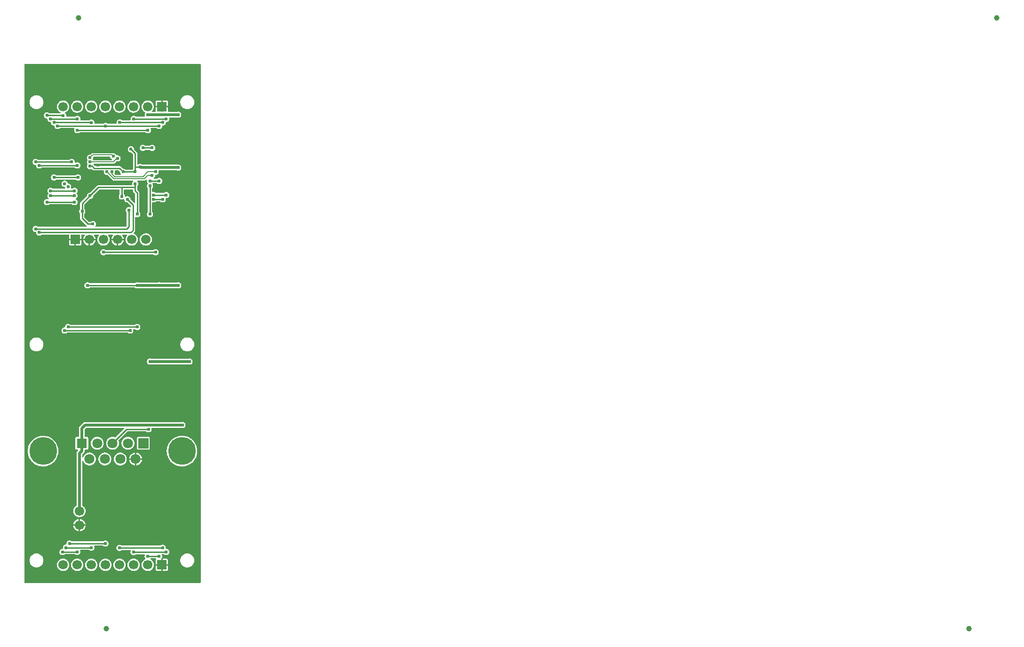
<source format=gbl>
G04 Layer: BottomLayer*
G04 EasyEDA v6.5.29, 2023-07-20 14:59:44*
G04 987ae69db31144c28cf86215047d26b3,5a6b42c53f6a479593ecc07194224c93,10*
G04 Gerber Generator version 0.2*
G04 Scale: 100 percent, Rotated: No, Reflected: No *
G04 Dimensions in millimeters *
G04 leading zeros omitted , absolute positions ,4 integer and 5 decimal *
%FSLAX45Y45*%
%MOMM*%

%AMMACRO1*21,1,$1,$2,0,0,$3*%
%ADD10C,0.5000*%
%ADD11C,0.2540*%
%ADD12C,0.1270*%
%ADD13C,1.0000*%
%ADD14R,1.7000X1.7000*%
%ADD15C,1.7000*%
%ADD16MACRO1,1.7X1.7X0.0000*%
%ADD17C,1.8000*%
%ADD18C,5.0000*%
%ADD19R,1.8000X1.8000*%
%ADD20MACRO1,1.8X1.8X0.0000*%
%ADD21C,0.6096*%
%ADD22C,0.0146*%

%LPD*%
G36*
X3338068Y279908D02*
G01*
X3334156Y280670D01*
X3330905Y282905D01*
X3328670Y286156D01*
X3327908Y290068D01*
X3327908Y9615932D01*
X3328670Y9619843D01*
X3330905Y9623094D01*
X3334156Y9625330D01*
X3338068Y9626092D01*
X6491732Y9626092D01*
X6495643Y9625330D01*
X6498894Y9623094D01*
X6501130Y9619843D01*
X6501892Y9615932D01*
X6501892Y290068D01*
X6501130Y286156D01*
X6498894Y282905D01*
X6495643Y280670D01*
X6491732Y279908D01*
G37*

%LPC*%
G36*
X5691174Y8870086D02*
G01*
X5789371Y8870086D01*
X5789371Y8968282D01*
X5717641Y8968282D01*
X5711342Y8967571D01*
X5705856Y8965641D01*
X5700979Y8962593D01*
X5696864Y8958478D01*
X5693816Y8953601D01*
X5691886Y8948115D01*
X5691174Y8941816D01*
G37*
G36*
X5717336Y495300D02*
G01*
X5789066Y495300D01*
X5789066Y593496D01*
X5690870Y593496D01*
X5690870Y521766D01*
X5691581Y515467D01*
X5693511Y509981D01*
X5696559Y505104D01*
X5700674Y500989D01*
X5705551Y497890D01*
X5711037Y496011D01*
G37*
G36*
X4782210Y495350D02*
G01*
X4796434Y495808D01*
X4810455Y498093D01*
X4824069Y502158D01*
X4837074Y507898D01*
X4849215Y515264D01*
X4860340Y524103D01*
X4870246Y534314D01*
X4878730Y545693D01*
X4885690Y558088D01*
X4891024Y571246D01*
X4894630Y585012D01*
X4896459Y599084D01*
X4896459Y613308D01*
X4894630Y627380D01*
X4891024Y641146D01*
X4885690Y654304D01*
X4878730Y666699D01*
X4870246Y678078D01*
X4860340Y688289D01*
X4849215Y697128D01*
X4837074Y704494D01*
X4824069Y710285D01*
X4810455Y714298D01*
X4796434Y716584D01*
X4782210Y717042D01*
X4768088Y715670D01*
X4754219Y712520D01*
X4740910Y707593D01*
X4728311Y701040D01*
X4716627Y692912D01*
X4706112Y683361D01*
X4696917Y672541D01*
X4689195Y660603D01*
X4682998Y647801D01*
X4678527Y634339D01*
X4675835Y620369D01*
X4674920Y606196D01*
X4675835Y592023D01*
X4678527Y578053D01*
X4682998Y564591D01*
X4689195Y551789D01*
X4696917Y539851D01*
X4706112Y529082D01*
X4716627Y519480D01*
X4728311Y511352D01*
X4740910Y504799D01*
X4754219Y499872D01*
X4768088Y496722D01*
G37*
G36*
X5036210Y495350D02*
G01*
X5050434Y495808D01*
X5064455Y498093D01*
X5078069Y502158D01*
X5091074Y507898D01*
X5103215Y515264D01*
X5114340Y524103D01*
X5124246Y534314D01*
X5132730Y545693D01*
X5139690Y558088D01*
X5145024Y571246D01*
X5148630Y585012D01*
X5150459Y599084D01*
X5150459Y613308D01*
X5148630Y627380D01*
X5145024Y641146D01*
X5139690Y654304D01*
X5132730Y666699D01*
X5124246Y678078D01*
X5114340Y688289D01*
X5103215Y697128D01*
X5091074Y704494D01*
X5078069Y710285D01*
X5064455Y714298D01*
X5050434Y716584D01*
X5036210Y717042D01*
X5022088Y715670D01*
X5008219Y712520D01*
X4994910Y707593D01*
X4982311Y701040D01*
X4970627Y692912D01*
X4960112Y683361D01*
X4950917Y672541D01*
X4943195Y660603D01*
X4936998Y647801D01*
X4932527Y634339D01*
X4929835Y620369D01*
X4928920Y606196D01*
X4929835Y592023D01*
X4932527Y578053D01*
X4936998Y564591D01*
X4943195Y551789D01*
X4950917Y539851D01*
X4960112Y529082D01*
X4970627Y519480D01*
X4982311Y511352D01*
X4994910Y504799D01*
X5008219Y499872D01*
X5022088Y496722D01*
G37*
G36*
X4528210Y495350D02*
G01*
X4542434Y495808D01*
X4556455Y498093D01*
X4570069Y502158D01*
X4583074Y507898D01*
X4595215Y515264D01*
X4606340Y524103D01*
X4616246Y534314D01*
X4624730Y545693D01*
X4631690Y558088D01*
X4637024Y571246D01*
X4640630Y585012D01*
X4642459Y599084D01*
X4642459Y613308D01*
X4640630Y627380D01*
X4637024Y641146D01*
X4631690Y654304D01*
X4624730Y666699D01*
X4616246Y678078D01*
X4606340Y688289D01*
X4595215Y697128D01*
X4583074Y704494D01*
X4570069Y710285D01*
X4556455Y714298D01*
X4542434Y716584D01*
X4528210Y717042D01*
X4514088Y715670D01*
X4500219Y712520D01*
X4486910Y707593D01*
X4474311Y701040D01*
X4462627Y692912D01*
X4452112Y683361D01*
X4442917Y672541D01*
X4435195Y660603D01*
X4428998Y647801D01*
X4424527Y634339D01*
X4421835Y620369D01*
X4420920Y606196D01*
X4421835Y592023D01*
X4424527Y578053D01*
X4428998Y564591D01*
X4435195Y551789D01*
X4442917Y539851D01*
X4452112Y529082D01*
X4462627Y519480D01*
X4474311Y511352D01*
X4486910Y504799D01*
X4500219Y499872D01*
X4514088Y496722D01*
G37*
G36*
X5290210Y495350D02*
G01*
X5304434Y495808D01*
X5318455Y498093D01*
X5332069Y502158D01*
X5345074Y507898D01*
X5357215Y515264D01*
X5368340Y524103D01*
X5378246Y534314D01*
X5386730Y545693D01*
X5393690Y558088D01*
X5399024Y571246D01*
X5402630Y585012D01*
X5404459Y599084D01*
X5404459Y613308D01*
X5402630Y627380D01*
X5399024Y641146D01*
X5393690Y654304D01*
X5386730Y666699D01*
X5378246Y678078D01*
X5368340Y688289D01*
X5357215Y697128D01*
X5345074Y704494D01*
X5332069Y710285D01*
X5318455Y714298D01*
X5304434Y716584D01*
X5290210Y717042D01*
X5276088Y715670D01*
X5262219Y712520D01*
X5248910Y707593D01*
X5236311Y701040D01*
X5224627Y692912D01*
X5214112Y683361D01*
X5204917Y672541D01*
X5197195Y660603D01*
X5190998Y647801D01*
X5186527Y634339D01*
X5183835Y620369D01*
X5182920Y606196D01*
X5183835Y592023D01*
X5186527Y578053D01*
X5190998Y564591D01*
X5197195Y551789D01*
X5204917Y539851D01*
X5214112Y529082D01*
X5224627Y519480D01*
X5236311Y511352D01*
X5248910Y504799D01*
X5262219Y499872D01*
X5276088Y496722D01*
G37*
G36*
X4020210Y495350D02*
G01*
X4034434Y495808D01*
X4048455Y498093D01*
X4062069Y502158D01*
X4075074Y507898D01*
X4087215Y515264D01*
X4098340Y524103D01*
X4108246Y534314D01*
X4116730Y545693D01*
X4123690Y558088D01*
X4129024Y571246D01*
X4132630Y585012D01*
X4134459Y599084D01*
X4134459Y613308D01*
X4132630Y627380D01*
X4129024Y641146D01*
X4123690Y654304D01*
X4116730Y666699D01*
X4108246Y678078D01*
X4098340Y688289D01*
X4087215Y697128D01*
X4075074Y704494D01*
X4062069Y710285D01*
X4048455Y714298D01*
X4034434Y716584D01*
X4020210Y717042D01*
X4006087Y715670D01*
X3992219Y712520D01*
X3978910Y707593D01*
X3966311Y701040D01*
X3954627Y692912D01*
X3944112Y683361D01*
X3934917Y672541D01*
X3927195Y660603D01*
X3920998Y647801D01*
X3916527Y634339D01*
X3913835Y620369D01*
X3912920Y606196D01*
X3913835Y592023D01*
X3916527Y578053D01*
X3920998Y564591D01*
X3927195Y551789D01*
X3934917Y539851D01*
X3944112Y529082D01*
X3954627Y519480D01*
X3966311Y511352D01*
X3978910Y504799D01*
X3992219Y499872D01*
X4006087Y496722D01*
G37*
G36*
X4274210Y495350D02*
G01*
X4288434Y495808D01*
X4302455Y498093D01*
X4316069Y502158D01*
X4329074Y507898D01*
X4341215Y515264D01*
X4352340Y524103D01*
X4362246Y534314D01*
X4370730Y545693D01*
X4377690Y558088D01*
X4383024Y571246D01*
X4386630Y585012D01*
X4388459Y599084D01*
X4388459Y613308D01*
X4386630Y627380D01*
X4383024Y641146D01*
X4377690Y654304D01*
X4370730Y666699D01*
X4362246Y678078D01*
X4352340Y688289D01*
X4341215Y697128D01*
X4329074Y704494D01*
X4316069Y710285D01*
X4302455Y714298D01*
X4288434Y716584D01*
X4274210Y717042D01*
X4260088Y715670D01*
X4246219Y712520D01*
X4232910Y707593D01*
X4220311Y701040D01*
X4208627Y692912D01*
X4198112Y683361D01*
X4188917Y672541D01*
X4181195Y660603D01*
X4174998Y647801D01*
X4170527Y634339D01*
X4167835Y620369D01*
X4166920Y606196D01*
X4167835Y592023D01*
X4170527Y578053D01*
X4174998Y564591D01*
X4181195Y551789D01*
X4188917Y539851D01*
X4198112Y529082D01*
X4208627Y519480D01*
X4220311Y511352D01*
X4232910Y504799D01*
X4246219Y499872D01*
X4260088Y496722D01*
G37*
G36*
X5544210Y495350D02*
G01*
X5558434Y495808D01*
X5572455Y498093D01*
X5586069Y502158D01*
X5599074Y507898D01*
X5611215Y515264D01*
X5622340Y524103D01*
X5632246Y534314D01*
X5640730Y545693D01*
X5647690Y558088D01*
X5653024Y571246D01*
X5656630Y585012D01*
X5658459Y599084D01*
X5658459Y613308D01*
X5656630Y627380D01*
X5653024Y641146D01*
X5647690Y654304D01*
X5640730Y666699D01*
X5632246Y678078D01*
X5622340Y688289D01*
X5611215Y697128D01*
X5599023Y704545D01*
X5595874Y707542D01*
X5594248Y711606D01*
X5594502Y715975D01*
X5596534Y719836D01*
X5600039Y722477D01*
X5604306Y723392D01*
X5688330Y723392D01*
X5692495Y722477D01*
X5695950Y719937D01*
X5698032Y716178D01*
X5698388Y711860D01*
X5696915Y707847D01*
X5693511Y702411D01*
X5691581Y696925D01*
X5690870Y690626D01*
X5690870Y618896D01*
X5789066Y618896D01*
X5789066Y714400D01*
X5789828Y718210D01*
X5792012Y721512D01*
X5797092Y726694D01*
X5799734Y728522D01*
X5801918Y733806D01*
X5806033Y742746D01*
X5808573Y752195D01*
X5809437Y762000D01*
X5808573Y771804D01*
X5806033Y781253D01*
X5804408Y784809D01*
X5803442Y788771D01*
X5804103Y792734D01*
X5806287Y796137D01*
X5809589Y798474D01*
X5813552Y799287D01*
X5835294Y799388D01*
X5839206Y798626D01*
X5842508Y796391D01*
X5843879Y795020D01*
X5851906Y789381D01*
X5860846Y785266D01*
X5870295Y782726D01*
X5880100Y781862D01*
X5889904Y782726D01*
X5899353Y785266D01*
X5908294Y789381D01*
X5916320Y795020D01*
X5923280Y801979D01*
X5928918Y810006D01*
X5933033Y818946D01*
X5935573Y828395D01*
X5936437Y838200D01*
X5935573Y848004D01*
X5933033Y857453D01*
X5928918Y866394D01*
X5923280Y874420D01*
X5916320Y881380D01*
X5908294Y887018D01*
X5899353Y891133D01*
X5889904Y893673D01*
X5881420Y894435D01*
X5877610Y895553D01*
X5874512Y898042D01*
X5872581Y901496D01*
X5872175Y905459D01*
X5872937Y914400D01*
X5872073Y924204D01*
X5869533Y933653D01*
X5865418Y942594D01*
X5859780Y950620D01*
X5852820Y957580D01*
X5844794Y963218D01*
X5835853Y967333D01*
X5826404Y969873D01*
X5816600Y970737D01*
X5806795Y969873D01*
X5797346Y967333D01*
X5788406Y963218D01*
X5780379Y957580D01*
X5778703Y955852D01*
X5775401Y953668D01*
X5771540Y952906D01*
X5084775Y951077D01*
X5080863Y951839D01*
X5077561Y954074D01*
X5076088Y955548D01*
X5068062Y961186D01*
X5059121Y965301D01*
X5049672Y967841D01*
X5039868Y968705D01*
X5030063Y967841D01*
X5020614Y965301D01*
X5011674Y961186D01*
X5003647Y955548D01*
X4996688Y948588D01*
X4991049Y940562D01*
X4986934Y931621D01*
X4984394Y922172D01*
X4983530Y912368D01*
X4984394Y902563D01*
X4986934Y893114D01*
X4991049Y884174D01*
X4996688Y876147D01*
X5003647Y869187D01*
X5011674Y863549D01*
X5020614Y859434D01*
X5030063Y856894D01*
X5039868Y856030D01*
X5049672Y856894D01*
X5059121Y859434D01*
X5068062Y863549D01*
X5076088Y869187D01*
X5077764Y870915D01*
X5081066Y873099D01*
X5084927Y873861D01*
X5233822Y874268D01*
X5237784Y873455D01*
X5241137Y871169D01*
X5243322Y867765D01*
X5243982Y863752D01*
X5243068Y859790D01*
X5240680Y854659D01*
X5238140Y845210D01*
X5237276Y835406D01*
X5238140Y825601D01*
X5240680Y816152D01*
X5244795Y807212D01*
X5250434Y799185D01*
X5257393Y792226D01*
X5265420Y786587D01*
X5274360Y782472D01*
X5283809Y779932D01*
X5293614Y779068D01*
X5303418Y779932D01*
X5312867Y782472D01*
X5321808Y786587D01*
X5329834Y792226D01*
X5331612Y794054D01*
X5334914Y796239D01*
X5338775Y797001D01*
X5486552Y797712D01*
X5490514Y796899D01*
X5493867Y794613D01*
X5496052Y791210D01*
X5496763Y787196D01*
X5495798Y783285D01*
X5494883Y781253D01*
X5492343Y771804D01*
X5491480Y762000D01*
X5492343Y752195D01*
X5494883Y742746D01*
X5498998Y733806D01*
X5504891Y725424D01*
X5506567Y723442D01*
X5508650Y719429D01*
X5508752Y714908D01*
X5506923Y710793D01*
X5503468Y707898D01*
X5490311Y701040D01*
X5478627Y692912D01*
X5468112Y683361D01*
X5458917Y672541D01*
X5451195Y660603D01*
X5444998Y647801D01*
X5440527Y634339D01*
X5437835Y620369D01*
X5436920Y606196D01*
X5437835Y592023D01*
X5440527Y578053D01*
X5444998Y564591D01*
X5451195Y551789D01*
X5458917Y539851D01*
X5468112Y529082D01*
X5478627Y519480D01*
X5490311Y511352D01*
X5502910Y504799D01*
X5516219Y499872D01*
X5530088Y496722D01*
G37*
G36*
X6259931Y559917D02*
G01*
X6275070Y560832D01*
X6290056Y563575D01*
X6304534Y568096D01*
X6318402Y574344D01*
X6331407Y582218D01*
X6343396Y591566D01*
X6354114Y602335D01*
X6363512Y614273D01*
X6371386Y627278D01*
X6377635Y641146D01*
X6382156Y655675D01*
X6384899Y670610D01*
X6385814Y685800D01*
X6384899Y700989D01*
X6382156Y715924D01*
X6377635Y730453D01*
X6371386Y744321D01*
X6363512Y757326D01*
X6354114Y769264D01*
X6343396Y780034D01*
X6331407Y789381D01*
X6318402Y797255D01*
X6304534Y803503D01*
X6290056Y808024D01*
X6275070Y810768D01*
X6259931Y811682D01*
X6244742Y810768D01*
X6229756Y808024D01*
X6215278Y803503D01*
X6201410Y797255D01*
X6188405Y789381D01*
X6176416Y780034D01*
X6165697Y769264D01*
X6156299Y757326D01*
X6148425Y744321D01*
X6142177Y730453D01*
X6137656Y715924D01*
X6134912Y700989D01*
X6133998Y685800D01*
X6134912Y670610D01*
X6137656Y655675D01*
X6142177Y641146D01*
X6148425Y627278D01*
X6156299Y614273D01*
X6165697Y602335D01*
X6176416Y591566D01*
X6188405Y582218D01*
X6201410Y574344D01*
X6215278Y568096D01*
X6229756Y563575D01*
X6244742Y560832D01*
G37*
G36*
X3544925Y559917D02*
G01*
X3560064Y560832D01*
X3575050Y563575D01*
X3589528Y568096D01*
X3603396Y574344D01*
X3616401Y582218D01*
X3628390Y591566D01*
X3639108Y602335D01*
X3648506Y614273D01*
X3656380Y627278D01*
X3662629Y641146D01*
X3667150Y655675D01*
X3669893Y670610D01*
X3670808Y685800D01*
X3669893Y700989D01*
X3667150Y715924D01*
X3662629Y730453D01*
X3656380Y744321D01*
X3648506Y757326D01*
X3639108Y769264D01*
X3628390Y780034D01*
X3616401Y789381D01*
X3603396Y797255D01*
X3589528Y803503D01*
X3575050Y808024D01*
X3560064Y810768D01*
X3544925Y811682D01*
X3529736Y810768D01*
X3514750Y808024D01*
X3500272Y803503D01*
X3486404Y797255D01*
X3473399Y789381D01*
X3461410Y780034D01*
X3450691Y769264D01*
X3441293Y757326D01*
X3433419Y744321D01*
X3427171Y730453D01*
X3422650Y715924D01*
X3419906Y700989D01*
X3418992Y685800D01*
X3419906Y670610D01*
X3422650Y655675D01*
X3427171Y641146D01*
X3433419Y627278D01*
X3441293Y614273D01*
X3450691Y602335D01*
X3461410Y591566D01*
X3473399Y582218D01*
X3486404Y574344D01*
X3500272Y568096D01*
X3514750Y563575D01*
X3529736Y560832D01*
G37*
G36*
X5814466Y618896D02*
G01*
X5912713Y618896D01*
X5912713Y690626D01*
X5912002Y696925D01*
X5910072Y702411D01*
X5906973Y707288D01*
X5902909Y711403D01*
X5897981Y714502D01*
X5892546Y716381D01*
X5886196Y717092D01*
X5814466Y717092D01*
G37*
G36*
X5814771Y8870086D02*
G01*
X5913018Y8870086D01*
X5913018Y8941816D01*
X5912307Y8948115D01*
X5910376Y8953601D01*
X5907278Y8958478D01*
X5903214Y8962593D01*
X5898286Y8965641D01*
X5892850Y8967571D01*
X5886500Y8968282D01*
X5814771Y8968282D01*
G37*
G36*
X3545179Y8811107D02*
G01*
X3560368Y8812022D01*
X3575304Y8814765D01*
X3589832Y8819286D01*
X3603701Y8825534D01*
X3616706Y8833408D01*
X3628644Y8842806D01*
X3639413Y8853525D01*
X3648760Y8865514D01*
X3656634Y8878519D01*
X3662883Y8892387D01*
X3667404Y8906865D01*
X3670147Y8921851D01*
X3671062Y8936990D01*
X3670147Y8952179D01*
X3667404Y8967165D01*
X3662883Y8981643D01*
X3656634Y8995511D01*
X3648760Y9008516D01*
X3639413Y9020505D01*
X3628644Y9031224D01*
X3616706Y9040622D01*
X3603701Y9048496D01*
X3589832Y9054744D01*
X3575304Y9059265D01*
X3560368Y9062008D01*
X3545179Y9062923D01*
X3529990Y9062008D01*
X3515055Y9059265D01*
X3500526Y9054744D01*
X3486658Y9048496D01*
X3473653Y9040622D01*
X3461715Y9031224D01*
X3450945Y9020505D01*
X3441598Y9008516D01*
X3433724Y8995511D01*
X3427476Y8981643D01*
X3422954Y8967165D01*
X3420211Y8952179D01*
X3419297Y8936990D01*
X3420211Y8921851D01*
X3422954Y8906865D01*
X3427476Y8892387D01*
X3433724Y8878519D01*
X3441598Y8865514D01*
X3450945Y8853525D01*
X3461715Y8842806D01*
X3473653Y8833408D01*
X3486658Y8825534D01*
X3500526Y8819286D01*
X3515055Y8814765D01*
X3529990Y8812022D01*
G37*
G36*
X4013200Y781862D02*
G01*
X4023004Y782726D01*
X4032453Y785266D01*
X4041394Y789381D01*
X4049420Y795020D01*
X4050995Y796594D01*
X4054297Y798830D01*
X4058208Y799592D01*
X4234891Y799592D01*
X4237990Y799134D01*
X4240784Y797712D01*
X4249724Y791413D01*
X4258614Y787298D01*
X4268063Y784758D01*
X4277868Y783894D01*
X4287672Y784758D01*
X4297121Y787298D01*
X4306062Y791413D01*
X4314088Y797052D01*
X4321048Y804011D01*
X4326686Y812038D01*
X4330801Y820978D01*
X4333341Y830427D01*
X4334205Y840232D01*
X4333341Y850036D01*
X4330801Y859485D01*
X4329023Y863396D01*
X4328058Y867308D01*
X4328718Y871321D01*
X4330903Y874725D01*
X4334256Y877011D01*
X4338218Y877824D01*
X4486859Y877824D01*
X4490770Y877062D01*
X4494072Y874826D01*
X4495647Y873252D01*
X4503674Y867613D01*
X4512614Y863498D01*
X4522063Y860958D01*
X4531868Y860094D01*
X4541672Y860958D01*
X4551121Y863498D01*
X4560062Y867613D01*
X4568088Y873252D01*
X4575048Y880211D01*
X4580686Y888237D01*
X4584801Y897178D01*
X4587341Y906627D01*
X4588205Y916432D01*
X4587341Y926236D01*
X4584801Y935685D01*
X4583988Y937514D01*
X4583023Y941476D01*
X4583684Y945489D01*
X4585868Y948893D01*
X4589221Y951179D01*
X4593183Y951992D01*
X4740859Y951992D01*
X4744770Y951230D01*
X4748072Y948994D01*
X4749647Y947419D01*
X4757674Y941781D01*
X4766614Y937666D01*
X4776063Y935126D01*
X4785868Y934262D01*
X4795672Y935126D01*
X4805121Y937666D01*
X4814062Y941781D01*
X4822088Y947419D01*
X4829048Y954379D01*
X4834686Y962406D01*
X4838801Y971346D01*
X4841341Y980795D01*
X4842205Y990600D01*
X4841341Y1000404D01*
X4838801Y1009853D01*
X4834686Y1018794D01*
X4829048Y1026820D01*
X4822088Y1033780D01*
X4814062Y1039418D01*
X4805121Y1043533D01*
X4795672Y1046073D01*
X4785868Y1046937D01*
X4776063Y1046073D01*
X4766614Y1043533D01*
X4757674Y1039418D01*
X4749647Y1033780D01*
X4748072Y1032205D01*
X4744770Y1029969D01*
X4740859Y1029208D01*
X4185208Y1029208D01*
X4181297Y1029969D01*
X4177995Y1032205D01*
X4176420Y1033780D01*
X4168394Y1039418D01*
X4159453Y1043533D01*
X4150004Y1046073D01*
X4140200Y1046937D01*
X4130395Y1046073D01*
X4120946Y1043533D01*
X4112006Y1039418D01*
X4103979Y1033780D01*
X4097020Y1026820D01*
X4091381Y1018794D01*
X4087266Y1009853D01*
X4084726Y1000404D01*
X4083862Y990600D01*
X4084472Y983640D01*
X4084015Y979728D01*
X4082135Y976223D01*
X4079036Y973785D01*
X4075226Y972667D01*
X4066895Y971905D01*
X4057446Y969365D01*
X4048506Y965250D01*
X4040479Y959612D01*
X4033520Y952652D01*
X4027881Y944626D01*
X4023766Y935685D01*
X4021226Y926236D01*
X4020362Y916432D01*
X4021378Y905510D01*
X4020921Y901547D01*
X4019042Y898042D01*
X4015943Y895553D01*
X4012133Y894435D01*
X4003395Y893673D01*
X3993946Y891133D01*
X3985006Y887018D01*
X3976979Y881380D01*
X3970020Y874420D01*
X3964381Y866394D01*
X3960266Y857453D01*
X3957726Y848004D01*
X3956862Y838200D01*
X3957726Y828395D01*
X3960266Y818946D01*
X3964381Y810006D01*
X3970020Y801979D01*
X3976979Y795020D01*
X3985006Y789381D01*
X3993946Y785266D01*
X4003395Y782726D01*
G37*
G36*
X6260236Y8811107D02*
G01*
X6275374Y8812022D01*
X6290360Y8814765D01*
X6304838Y8819286D01*
X6318707Y8825534D01*
X6331712Y8833408D01*
X6343700Y8842806D01*
X6354419Y8853525D01*
X6363817Y8865514D01*
X6371691Y8878519D01*
X6377940Y8892387D01*
X6382461Y8906865D01*
X6385204Y8921851D01*
X6386118Y8936990D01*
X6385204Y8952179D01*
X6382461Y8967165D01*
X6377940Y8981643D01*
X6371691Y8995511D01*
X6363817Y9008516D01*
X6354419Y9020505D01*
X6343700Y9031224D01*
X6331712Y9040622D01*
X6318707Y9048496D01*
X6304838Y9054744D01*
X6290360Y9059265D01*
X6275374Y9062008D01*
X6260236Y9062923D01*
X6245047Y9062008D01*
X6230061Y9059265D01*
X6215583Y9054744D01*
X6201714Y9048496D01*
X6188710Y9040622D01*
X6176721Y9031224D01*
X6166002Y9020505D01*
X6156604Y9008516D01*
X6148730Y8995511D01*
X6142482Y8981643D01*
X6137960Y8967165D01*
X6135217Y8952179D01*
X6134303Y8936990D01*
X6135217Y8921851D01*
X6137960Y8906865D01*
X6142482Y8892387D01*
X6148730Y8878519D01*
X6156604Y8865514D01*
X6166002Y8853525D01*
X6176721Y8842806D01*
X6188710Y8833408D01*
X6201714Y8825534D01*
X6215583Y8819286D01*
X6230061Y8814765D01*
X6245047Y8812022D01*
G37*
G36*
X4782515Y8746540D02*
G01*
X4796739Y8746998D01*
X4810760Y8749284D01*
X4824374Y8753297D01*
X4837379Y8759088D01*
X4849520Y8766454D01*
X4860645Y8775293D01*
X4870500Y8785504D01*
X4879035Y8796883D01*
X4885994Y8809278D01*
X4891328Y8822436D01*
X4894935Y8836202D01*
X4896764Y8850274D01*
X4896764Y8864498D01*
X4894935Y8878570D01*
X4891328Y8892336D01*
X4885994Y8905494D01*
X4879035Y8917889D01*
X4870500Y8929268D01*
X4860645Y8939479D01*
X4849520Y8948318D01*
X4837379Y8955684D01*
X4824374Y8961424D01*
X4810760Y8965488D01*
X4796739Y8967774D01*
X4782515Y8968232D01*
X4768392Y8966860D01*
X4754524Y8963660D01*
X4741214Y8958783D01*
X4728616Y8952230D01*
X4716932Y8944051D01*
X4706416Y8934500D01*
X4697222Y8923680D01*
X4689449Y8911793D01*
X4683302Y8898991D01*
X4678832Y8885529D01*
X4676089Y8871559D01*
X4675225Y8857386D01*
X4676089Y8843213D01*
X4678832Y8829243D01*
X4683302Y8815781D01*
X4689449Y8802979D01*
X4697222Y8791041D01*
X4706416Y8780221D01*
X4716932Y8770670D01*
X4728616Y8762542D01*
X4741214Y8755989D01*
X4754524Y8751062D01*
X4768392Y8747912D01*
G37*
G36*
X5036515Y8746540D02*
G01*
X5050739Y8746998D01*
X5064760Y8749284D01*
X5078374Y8753297D01*
X5091379Y8759088D01*
X5103520Y8766454D01*
X5114645Y8775293D01*
X5124500Y8785504D01*
X5133035Y8796883D01*
X5139994Y8809278D01*
X5145328Y8822436D01*
X5148935Y8836202D01*
X5150764Y8850274D01*
X5150764Y8864498D01*
X5148935Y8878570D01*
X5145328Y8892336D01*
X5139994Y8905494D01*
X5133035Y8917889D01*
X5124500Y8929268D01*
X5114645Y8939479D01*
X5103520Y8948318D01*
X5091379Y8955684D01*
X5078374Y8961424D01*
X5064760Y8965488D01*
X5050739Y8967774D01*
X5036515Y8968232D01*
X5022392Y8966860D01*
X5008524Y8963660D01*
X4995214Y8958783D01*
X4982616Y8952230D01*
X4970932Y8944051D01*
X4960416Y8934500D01*
X4951222Y8923680D01*
X4943449Y8911793D01*
X4937302Y8898991D01*
X4932832Y8885529D01*
X4930089Y8871559D01*
X4929225Y8857386D01*
X4930089Y8843213D01*
X4932832Y8829243D01*
X4937302Y8815781D01*
X4943449Y8802979D01*
X4951222Y8791041D01*
X4960416Y8780221D01*
X4970932Y8770670D01*
X4982616Y8762542D01*
X4995214Y8755989D01*
X5008524Y8751062D01*
X5022392Y8747912D01*
G37*
G36*
X4528515Y8746540D02*
G01*
X4542739Y8746998D01*
X4556760Y8749284D01*
X4570374Y8753297D01*
X4583379Y8759088D01*
X4595520Y8766454D01*
X4606645Y8775293D01*
X4616500Y8785504D01*
X4625035Y8796883D01*
X4631994Y8809278D01*
X4637328Y8822436D01*
X4640935Y8836202D01*
X4642764Y8850274D01*
X4642764Y8864498D01*
X4640935Y8878570D01*
X4637328Y8892336D01*
X4631994Y8905494D01*
X4625035Y8917889D01*
X4616500Y8929268D01*
X4606645Y8939479D01*
X4595520Y8948318D01*
X4583379Y8955684D01*
X4570374Y8961424D01*
X4556760Y8965488D01*
X4542739Y8967774D01*
X4528515Y8968232D01*
X4514392Y8966860D01*
X4500524Y8963660D01*
X4487214Y8958783D01*
X4474616Y8952230D01*
X4462932Y8944051D01*
X4452416Y8934500D01*
X4443222Y8923680D01*
X4435449Y8911793D01*
X4429302Y8898991D01*
X4424832Y8885529D01*
X4422089Y8871559D01*
X4421225Y8857386D01*
X4422089Y8843213D01*
X4424832Y8829243D01*
X4429302Y8815781D01*
X4435449Y8802979D01*
X4443222Y8791041D01*
X4452416Y8780221D01*
X4462932Y8770670D01*
X4474616Y8762542D01*
X4487214Y8755989D01*
X4500524Y8751062D01*
X4514392Y8747912D01*
G37*
G36*
X5290515Y8746540D02*
G01*
X5304739Y8746998D01*
X5318760Y8749284D01*
X5332374Y8753297D01*
X5345379Y8759088D01*
X5357520Y8766454D01*
X5368645Y8775293D01*
X5378500Y8785504D01*
X5387035Y8796883D01*
X5393994Y8809278D01*
X5399328Y8822436D01*
X5402935Y8836202D01*
X5404764Y8850274D01*
X5404764Y8864498D01*
X5402935Y8878570D01*
X5399328Y8892336D01*
X5393994Y8905494D01*
X5387035Y8917889D01*
X5378500Y8929268D01*
X5368645Y8939479D01*
X5357520Y8948318D01*
X5345379Y8955684D01*
X5332374Y8961424D01*
X5318760Y8965488D01*
X5304739Y8967774D01*
X5290515Y8968232D01*
X5276392Y8966860D01*
X5262524Y8963660D01*
X5249214Y8958783D01*
X5236616Y8952230D01*
X5224932Y8944051D01*
X5214416Y8934500D01*
X5205222Y8923680D01*
X5197449Y8911793D01*
X5191302Y8898991D01*
X5186832Y8885529D01*
X5184089Y8871559D01*
X5183225Y8857386D01*
X5184089Y8843213D01*
X5186832Y8829243D01*
X5191302Y8815781D01*
X5197449Y8802979D01*
X5205222Y8791041D01*
X5214416Y8780221D01*
X5224932Y8770670D01*
X5236616Y8762542D01*
X5249214Y8755989D01*
X5262524Y8751062D01*
X5276392Y8747912D01*
G37*
G36*
X4274515Y8746540D02*
G01*
X4288739Y8746998D01*
X4302760Y8749284D01*
X4316374Y8753297D01*
X4329379Y8759088D01*
X4341520Y8766454D01*
X4352645Y8775293D01*
X4362500Y8785504D01*
X4371035Y8796883D01*
X4377994Y8809278D01*
X4383328Y8822436D01*
X4386935Y8836202D01*
X4388764Y8850274D01*
X4388764Y8864498D01*
X4386935Y8878570D01*
X4383328Y8892336D01*
X4377994Y8905494D01*
X4371035Y8917889D01*
X4362500Y8929268D01*
X4352645Y8939479D01*
X4341520Y8948318D01*
X4329379Y8955684D01*
X4316374Y8961424D01*
X4302760Y8965488D01*
X4288739Y8967774D01*
X4274515Y8968232D01*
X4260392Y8966860D01*
X4246524Y8963660D01*
X4233214Y8958783D01*
X4220616Y8952230D01*
X4208932Y8944051D01*
X4198416Y8934500D01*
X4189222Y8923680D01*
X4181449Y8911793D01*
X4175302Y8898991D01*
X4170832Y8885529D01*
X4168089Y8871559D01*
X4167225Y8857386D01*
X4168089Y8843213D01*
X4170832Y8829243D01*
X4175302Y8815781D01*
X4181449Y8802979D01*
X4189222Y8791041D01*
X4198416Y8780221D01*
X4208932Y8770670D01*
X4220616Y8762542D01*
X4233214Y8755989D01*
X4246524Y8751062D01*
X4260392Y8747912D01*
G37*
G36*
X4279900Y8376462D02*
G01*
X4289704Y8377326D01*
X4299153Y8379866D01*
X4308094Y8383981D01*
X4316120Y8389620D01*
X4317695Y8391194D01*
X4320997Y8393430D01*
X4324908Y8394192D01*
X5504891Y8394192D01*
X5508802Y8393430D01*
X5512104Y8391194D01*
X5513679Y8389620D01*
X5521706Y8383981D01*
X5530646Y8379866D01*
X5540095Y8377326D01*
X5549900Y8376462D01*
X5559704Y8377326D01*
X5569153Y8379866D01*
X5578094Y8383981D01*
X5586120Y8389620D01*
X5593080Y8396579D01*
X5598718Y8404606D01*
X5602833Y8413546D01*
X5605373Y8422995D01*
X5606237Y8432800D01*
X5605373Y8442604D01*
X5602833Y8452053D01*
X5601055Y8455914D01*
X5600090Y8459876D01*
X5600750Y8463889D01*
X5602935Y8467293D01*
X5606288Y8469579D01*
X5610250Y8470392D01*
X5708091Y8470392D01*
X5712002Y8469630D01*
X5715304Y8467394D01*
X5716879Y8465820D01*
X5724906Y8460181D01*
X5733846Y8456066D01*
X5743295Y8453526D01*
X5753100Y8452662D01*
X5762904Y8453526D01*
X5772353Y8456066D01*
X5781294Y8460181D01*
X5789320Y8465820D01*
X5796280Y8472779D01*
X5801918Y8480806D01*
X5806033Y8489746D01*
X5808573Y8499195D01*
X5809284Y8507069D01*
X5810199Y8510473D01*
X5812231Y8513368D01*
X5815126Y8515400D01*
X5818530Y8516315D01*
X5826404Y8517026D01*
X5835853Y8519566D01*
X5844794Y8523681D01*
X5852820Y8529320D01*
X5859780Y8536279D01*
X5865418Y8544306D01*
X5869533Y8553246D01*
X5872073Y8562695D01*
X5872784Y8570569D01*
X5873699Y8573973D01*
X5875731Y8576868D01*
X5878626Y8578900D01*
X5882030Y8579815D01*
X5889904Y8580526D01*
X5899353Y8583066D01*
X5908294Y8587181D01*
X5916320Y8592820D01*
X5923280Y8599779D01*
X5928918Y8607806D01*
X5933033Y8616746D01*
X5935573Y8626195D01*
X5936437Y8636000D01*
X5935573Y8645804D01*
X5934862Y8648496D01*
X5934557Y8652205D01*
X5935624Y8655761D01*
X5937859Y8658707D01*
X5941060Y8660638D01*
X5944666Y8661298D01*
X6070092Y8661298D01*
X6074410Y8660333D01*
X6076746Y8659266D01*
X6086195Y8656726D01*
X6096000Y8655862D01*
X6105804Y8656726D01*
X6115253Y8659266D01*
X6124194Y8663381D01*
X6132220Y8669020D01*
X6139180Y8675979D01*
X6144818Y8684006D01*
X6148933Y8692946D01*
X6151473Y8702395D01*
X6152337Y8712200D01*
X6151473Y8722004D01*
X6148933Y8731453D01*
X6144818Y8740394D01*
X6139180Y8748420D01*
X6132220Y8755380D01*
X6124194Y8761018D01*
X6115253Y8765133D01*
X6105804Y8767673D01*
X6096000Y8768537D01*
X6086195Y8767673D01*
X6076746Y8765133D01*
X6074410Y8764066D01*
X6070092Y8763101D01*
X5923178Y8763101D01*
X5919266Y8763863D01*
X5915964Y8766098D01*
X5913780Y8769400D01*
X5913018Y8773261D01*
X5913018Y8844686D01*
X5814771Y8844686D01*
X5814771Y8773261D01*
X5814009Y8769400D01*
X5811824Y8766098D01*
X5808522Y8763863D01*
X5804611Y8763101D01*
X5799531Y8763101D01*
X5795670Y8763863D01*
X5792368Y8766098D01*
X5790184Y8769400D01*
X5789371Y8773261D01*
X5789371Y8844686D01*
X5691174Y8844686D01*
X5691174Y8773261D01*
X5690412Y8769400D01*
X5688228Y8766098D01*
X5684926Y8763863D01*
X5681014Y8763101D01*
X5634837Y8763101D01*
X5630976Y8763863D01*
X5627674Y8766048D01*
X5625439Y8769299D01*
X5624677Y8773160D01*
X5625388Y8777020D01*
X5627522Y8780322D01*
X5632500Y8785504D01*
X5641035Y8796883D01*
X5647994Y8809278D01*
X5653328Y8822436D01*
X5656935Y8836202D01*
X5658764Y8850274D01*
X5658764Y8864498D01*
X5656935Y8878570D01*
X5653328Y8892336D01*
X5647994Y8905494D01*
X5641035Y8917889D01*
X5632500Y8929268D01*
X5622645Y8939479D01*
X5611520Y8948318D01*
X5599379Y8955684D01*
X5586374Y8961424D01*
X5572760Y8965488D01*
X5558739Y8967774D01*
X5544515Y8968232D01*
X5530392Y8966860D01*
X5516524Y8963660D01*
X5503214Y8958783D01*
X5490616Y8952230D01*
X5478932Y8944051D01*
X5468416Y8934500D01*
X5459222Y8923680D01*
X5451449Y8911793D01*
X5445302Y8898991D01*
X5440832Y8885529D01*
X5438089Y8871559D01*
X5437225Y8857386D01*
X5438089Y8843213D01*
X5440832Y8829243D01*
X5445302Y8815781D01*
X5451449Y8802979D01*
X5459222Y8791041D01*
X5468416Y8780221D01*
X5478932Y8770670D01*
X5490616Y8762542D01*
X5498084Y8758631D01*
X5501386Y8755888D01*
X5503265Y8752027D01*
X5503367Y8747760D01*
X5501741Y8743797D01*
X5499303Y8740394D01*
X5495188Y8731453D01*
X5492648Y8722004D01*
X5491784Y8712200D01*
X5492648Y8702395D01*
X5495188Y8692946D01*
X5496966Y8689086D01*
X5497931Y8685123D01*
X5497271Y8681110D01*
X5495086Y8677706D01*
X5491734Y8675420D01*
X5487771Y8674608D01*
X5340908Y8674608D01*
X5336997Y8675370D01*
X5333695Y8677605D01*
X5332120Y8679180D01*
X5324094Y8684818D01*
X5315153Y8688933D01*
X5305704Y8691473D01*
X5295900Y8692337D01*
X5286095Y8691473D01*
X5276646Y8688933D01*
X5267706Y8684818D01*
X5259679Y8679180D01*
X5252720Y8672220D01*
X5247081Y8664194D01*
X5242966Y8655253D01*
X5240426Y8645804D01*
X5239562Y8636000D01*
X5240426Y8626195D01*
X5241036Y8623909D01*
X5241340Y8620201D01*
X5240274Y8616645D01*
X5237988Y8613698D01*
X5234838Y8611768D01*
X5231231Y8611108D01*
X5086908Y8611108D01*
X5082997Y8611870D01*
X5079695Y8614105D01*
X5078120Y8615680D01*
X5070094Y8621318D01*
X5061153Y8625433D01*
X5051704Y8627973D01*
X5041900Y8628837D01*
X5032095Y8627973D01*
X5022646Y8625433D01*
X5013706Y8621318D01*
X5005679Y8615680D01*
X4998720Y8608720D01*
X4993081Y8600694D01*
X4988966Y8591753D01*
X4986426Y8582304D01*
X4985562Y8572500D01*
X4986426Y8562695D01*
X4987036Y8560409D01*
X4987340Y8556701D01*
X4986274Y8553145D01*
X4983988Y8550198D01*
X4980838Y8548268D01*
X4977231Y8547608D01*
X4832908Y8547608D01*
X4828997Y8548370D01*
X4825695Y8550605D01*
X4824120Y8552180D01*
X4816094Y8557818D01*
X4807153Y8561933D01*
X4797704Y8564473D01*
X4787900Y8565337D01*
X4778095Y8564473D01*
X4768646Y8561933D01*
X4759706Y8557818D01*
X4751679Y8552180D01*
X4750104Y8550605D01*
X4746802Y8548370D01*
X4742891Y8547608D01*
X4597298Y8547608D01*
X4593640Y8548268D01*
X4590491Y8550198D01*
X4588256Y8553145D01*
X4587189Y8556701D01*
X4588459Y8570722D01*
X4587595Y8580526D01*
X4585055Y8589975D01*
X4580940Y8598916D01*
X4575302Y8606942D01*
X4568342Y8613902D01*
X4560316Y8619540D01*
X4551375Y8623655D01*
X4541926Y8626195D01*
X4532122Y8627059D01*
X4522317Y8626195D01*
X4512868Y8623655D01*
X4503978Y8619540D01*
X4494834Y8612987D01*
X4491990Y8611616D01*
X4488891Y8611108D01*
X4344568Y8611108D01*
X4340961Y8611768D01*
X4337812Y8613698D01*
X4335526Y8616645D01*
X4334459Y8620201D01*
X4334764Y8623909D01*
X4335373Y8626195D01*
X4336237Y8636000D01*
X4335373Y8645804D01*
X4332833Y8655253D01*
X4328718Y8664194D01*
X4323080Y8672220D01*
X4316120Y8679180D01*
X4308094Y8684818D01*
X4299153Y8688933D01*
X4289704Y8691473D01*
X4279900Y8692337D01*
X4270095Y8691473D01*
X4260646Y8688933D01*
X4251706Y8684818D01*
X4243679Y8679180D01*
X4242104Y8677605D01*
X4238802Y8675370D01*
X4234891Y8674608D01*
X4089298Y8674608D01*
X4085640Y8675268D01*
X4082491Y8677198D01*
X4080256Y8680145D01*
X4079189Y8683701D01*
X4080459Y8697722D01*
X4079595Y8707526D01*
X4077055Y8716975D01*
X4072940Y8725916D01*
X4067301Y8733942D01*
X4062831Y8738412D01*
X4060647Y8741664D01*
X4059834Y8745474D01*
X4060596Y8749334D01*
X4062679Y8752636D01*
X4065879Y8754872D01*
X4075379Y8759088D01*
X4087520Y8766454D01*
X4098645Y8775293D01*
X4108500Y8785504D01*
X4117035Y8796883D01*
X4123994Y8809278D01*
X4129328Y8822436D01*
X4132935Y8836202D01*
X4134764Y8850274D01*
X4134764Y8864498D01*
X4132935Y8878570D01*
X4129328Y8892336D01*
X4123994Y8905494D01*
X4117035Y8917889D01*
X4108500Y8929268D01*
X4098645Y8939479D01*
X4087520Y8948318D01*
X4075379Y8955684D01*
X4062374Y8961424D01*
X4048760Y8965488D01*
X4034739Y8967774D01*
X4020515Y8968232D01*
X4006392Y8966860D01*
X3992524Y8963660D01*
X3979214Y8958783D01*
X3966616Y8952230D01*
X3954932Y8944051D01*
X3944416Y8934500D01*
X3935222Y8923680D01*
X3927449Y8911793D01*
X3921302Y8898991D01*
X3916832Y8885529D01*
X3914089Y8871559D01*
X3913225Y8857386D01*
X3914089Y8843213D01*
X3916832Y8829243D01*
X3921302Y8815781D01*
X3927449Y8802979D01*
X3935222Y8791041D01*
X3944416Y8780221D01*
X3954932Y8770670D01*
X3966616Y8762542D01*
X3976725Y8757259D01*
X3980129Y8754364D01*
X3981958Y8750300D01*
X3981907Y8745829D01*
X3979926Y8741867D01*
X3976370Y8739073D01*
X3972051Y8738108D01*
X3778808Y8738108D01*
X3774897Y8738870D01*
X3771595Y8741105D01*
X3770020Y8742680D01*
X3761994Y8748318D01*
X3753053Y8752433D01*
X3743604Y8754973D01*
X3733800Y8755837D01*
X3723995Y8754973D01*
X3714546Y8752433D01*
X3705606Y8748318D01*
X3697579Y8742680D01*
X3690620Y8735720D01*
X3684981Y8727694D01*
X3680866Y8718753D01*
X3678326Y8709304D01*
X3677462Y8699500D01*
X3678326Y8689695D01*
X3680866Y8680246D01*
X3684981Y8671306D01*
X3690620Y8663279D01*
X3697579Y8656320D01*
X3705606Y8650681D01*
X3714546Y8646566D01*
X3723995Y8644026D01*
X3731869Y8643315D01*
X3735273Y8642400D01*
X3738168Y8640368D01*
X3740200Y8637473D01*
X3741115Y8634069D01*
X3741826Y8626195D01*
X3744366Y8616746D01*
X3748481Y8607806D01*
X3754120Y8599779D01*
X3761079Y8592820D01*
X3769106Y8587181D01*
X3778046Y8583066D01*
X3787495Y8580526D01*
X3795369Y8579815D01*
X3798773Y8578900D01*
X3801668Y8576868D01*
X3803700Y8573973D01*
X3804615Y8570569D01*
X3805326Y8562695D01*
X3807866Y8553246D01*
X3811981Y8544306D01*
X3817620Y8536279D01*
X3824579Y8529320D01*
X3832606Y8523681D01*
X3841546Y8519566D01*
X3850995Y8517026D01*
X3858869Y8516315D01*
X3862273Y8515400D01*
X3865168Y8513368D01*
X3867200Y8510473D01*
X3868115Y8507069D01*
X3868826Y8499195D01*
X3871366Y8489746D01*
X3875481Y8480806D01*
X3881120Y8472779D01*
X3888079Y8465820D01*
X3896106Y8460181D01*
X3905046Y8456066D01*
X3914495Y8453526D01*
X3924300Y8452662D01*
X3934104Y8453526D01*
X3943553Y8456066D01*
X3952494Y8460181D01*
X3960520Y8465820D01*
X3962095Y8467394D01*
X3965397Y8469630D01*
X3969308Y8470392D01*
X4219549Y8470392D01*
X4223512Y8469579D01*
X4226864Y8467293D01*
X4229049Y8463889D01*
X4229709Y8459876D01*
X4228744Y8455914D01*
X4226966Y8452053D01*
X4224426Y8442604D01*
X4223562Y8432800D01*
X4224426Y8422995D01*
X4226966Y8413546D01*
X4231081Y8404606D01*
X4236720Y8396579D01*
X4243679Y8389620D01*
X4251706Y8383981D01*
X4260646Y8379866D01*
X4270095Y8377326D01*
G37*
G36*
X4305300Y1210716D02*
G01*
X4305300Y1308100D01*
X4208068Y1308100D01*
X4208526Y1303121D01*
X4211675Y1289253D01*
X4216603Y1275892D01*
X4223156Y1263294D01*
X4231284Y1251661D01*
X4240834Y1241145D01*
X4251655Y1231950D01*
X4263593Y1224178D01*
X4276394Y1218031D01*
X4289856Y1213561D01*
X4303826Y1210818D01*
G37*
G36*
X4330700Y1210716D02*
G01*
X4332173Y1210818D01*
X4346143Y1213561D01*
X4359605Y1218031D01*
X4372406Y1224178D01*
X4384344Y1231950D01*
X4395165Y1241145D01*
X4404715Y1251661D01*
X4412843Y1263294D01*
X4419396Y1275892D01*
X4424324Y1289253D01*
X4427474Y1303121D01*
X4427931Y1308100D01*
X4330700Y1308100D01*
G37*
G36*
X4207967Y1333500D02*
G01*
X4305300Y1333500D01*
X4305300Y1430731D01*
X4296816Y1429664D01*
X4283049Y1426057D01*
X4269892Y1420723D01*
X4257497Y1413713D01*
X4246118Y1405229D01*
X4235907Y1395374D01*
X4227068Y1384249D01*
X4219702Y1372108D01*
X4213961Y1359103D01*
X4209897Y1345488D01*
G37*
G36*
X4330700Y1333500D02*
G01*
X4428032Y1333500D01*
X4426102Y1345488D01*
X4422038Y1359103D01*
X4416298Y1372108D01*
X4408932Y1384249D01*
X4400092Y1395374D01*
X4389882Y1405229D01*
X4378502Y1413713D01*
X4366107Y1420723D01*
X4352950Y1426057D01*
X4339183Y1429664D01*
X4330700Y1430731D01*
G37*
G36*
X4318000Y1463903D02*
G01*
X4332173Y1464818D01*
X4346143Y1467561D01*
X4359605Y1472031D01*
X4372406Y1478178D01*
X4384344Y1485950D01*
X4395165Y1495145D01*
X4404715Y1505661D01*
X4412843Y1517294D01*
X4419396Y1529892D01*
X4424324Y1543253D01*
X4427474Y1557121D01*
X4428845Y1571244D01*
X4428388Y1585468D01*
X4426102Y1599488D01*
X4422038Y1613103D01*
X4416298Y1626107D01*
X4408932Y1638249D01*
X4400092Y1649374D01*
X4389882Y1659229D01*
X4378502Y1667713D01*
X4374083Y1670202D01*
X4371340Y1672488D01*
X4369511Y1675536D01*
X4368901Y1679092D01*
X4368901Y2475230D01*
X4369714Y2479243D01*
X4372051Y2482596D01*
X4375505Y2484780D01*
X4379518Y2485390D01*
X4383481Y2484424D01*
X4386732Y2481935D01*
X4388713Y2478379D01*
X4391558Y2469642D01*
X4397756Y2456434D01*
X4405579Y2444191D01*
X4414824Y2432964D01*
X4425442Y2423007D01*
X4437227Y2414422D01*
X4449978Y2407412D01*
X4463542Y2402078D01*
X4477613Y2398471D01*
X4492040Y2396642D01*
X4506620Y2396642D01*
X4521047Y2398471D01*
X4535119Y2402078D01*
X4548682Y2407412D01*
X4561433Y2414422D01*
X4573219Y2423007D01*
X4583785Y2432964D01*
X4593082Y2444191D01*
X4600905Y2456434D01*
X4607102Y2469642D01*
X4611573Y2483459D01*
X4614316Y2497785D01*
X4615230Y2512263D01*
X4614316Y2526792D01*
X4611573Y2541117D01*
X4607102Y2554935D01*
X4600905Y2568092D01*
X4593082Y2580386D01*
X4583785Y2591612D01*
X4573219Y2601569D01*
X4561433Y2610154D01*
X4548682Y2617165D01*
X4535119Y2622499D01*
X4521047Y2626106D01*
X4506620Y2627934D01*
X4492040Y2627934D01*
X4477613Y2626106D01*
X4463542Y2622499D01*
X4449978Y2617165D01*
X4437227Y2610154D01*
X4425442Y2601569D01*
X4414824Y2591612D01*
X4405579Y2580386D01*
X4397756Y2568092D01*
X4391558Y2554935D01*
X4388713Y2546197D01*
X4386732Y2542641D01*
X4383481Y2540152D01*
X4379518Y2539187D01*
X4375505Y2539796D01*
X4372051Y2541981D01*
X4369714Y2545334D01*
X4368901Y2549347D01*
X4368901Y2590901D01*
X4369663Y2594813D01*
X4371898Y2598064D01*
X4396689Y2622905D01*
X4399838Y2626309D01*
X4402531Y2629865D01*
X4404918Y2633624D01*
X4407001Y2637536D01*
X4408678Y2641650D01*
X4409998Y2645867D01*
X4410964Y2650236D01*
X4411573Y2654604D01*
X4411776Y2659278D01*
X4411776Y2670200D01*
X4412538Y2674112D01*
X4414723Y2677414D01*
X4418025Y2679598D01*
X4421936Y2680360D01*
X4450283Y2680360D01*
X4456582Y2681071D01*
X4462068Y2683002D01*
X4466945Y2686100D01*
X4471060Y2690164D01*
X4474159Y2695092D01*
X4476038Y2700528D01*
X4476750Y2706878D01*
X4476750Y2885694D01*
X4476038Y2892044D01*
X4474159Y2897479D01*
X4471060Y2902407D01*
X4466945Y2906471D01*
X4462068Y2909570D01*
X4456582Y2911500D01*
X4450283Y2912211D01*
X4421987Y2912211D01*
X4418126Y2912973D01*
X4414824Y2915158D01*
X4412589Y2918460D01*
X4411827Y2922371D01*
X4411827Y3040227D01*
X4412589Y3044139D01*
X4414824Y3047390D01*
X4437735Y3070301D01*
X4440986Y3072536D01*
X4444898Y3073298D01*
X5112715Y3073298D01*
X5116626Y3072536D01*
X5119928Y3070301D01*
X5122113Y3066999D01*
X5122875Y3063138D01*
X5122113Y3059226D01*
X5119928Y3055924D01*
X4969560Y2905607D01*
X4966309Y2903423D01*
X4962499Y2902610D01*
X4958638Y2903321D01*
X4950663Y2906471D01*
X4936540Y2910128D01*
X4922113Y2911957D01*
X4907534Y2911957D01*
X4893106Y2910128D01*
X4879035Y2906471D01*
X4865471Y2901137D01*
X4852720Y2894126D01*
X4840986Y2885541D01*
X4830368Y2875584D01*
X4821072Y2864408D01*
X4813300Y2852115D01*
X4807102Y2838958D01*
X4802581Y2825089D01*
X4799838Y2810814D01*
X4798923Y2796286D01*
X4799838Y2781757D01*
X4802581Y2767431D01*
X4807102Y2753614D01*
X4813300Y2740456D01*
X4821072Y2728163D01*
X4830368Y2716936D01*
X4840986Y2706979D01*
X4852720Y2698445D01*
X4865471Y2691434D01*
X4879035Y2686050D01*
X4893106Y2682443D01*
X4907534Y2680614D01*
X4922113Y2680614D01*
X4936540Y2682443D01*
X4950663Y2686050D01*
X4964176Y2691434D01*
X4976926Y2698445D01*
X4988712Y2706979D01*
X4999329Y2716936D01*
X5008575Y2728163D01*
X5016398Y2740456D01*
X5022596Y2753614D01*
X5027066Y2767431D01*
X5029809Y2781757D01*
X5030724Y2796286D01*
X5029809Y2810814D01*
X5027066Y2825089D01*
X5022596Y2838958D01*
X5021326Y2843631D01*
X5022037Y2847644D01*
X5024272Y2851099D01*
X5179568Y3006394D01*
X5182870Y3008630D01*
X5186781Y3009392D01*
X5517591Y3009392D01*
X5521502Y3008630D01*
X5524804Y3006394D01*
X5526379Y3004820D01*
X5534406Y2999181D01*
X5543346Y2995066D01*
X5552795Y2992526D01*
X5562600Y2991662D01*
X5572404Y2992526D01*
X5581853Y2995066D01*
X5590794Y2999181D01*
X5598820Y3004820D01*
X5605780Y3011779D01*
X5611418Y3019806D01*
X5615533Y3028746D01*
X5618073Y3038195D01*
X5618937Y3048000D01*
X5618073Y3057804D01*
X5617362Y3060496D01*
X5617057Y3064205D01*
X5618124Y3067761D01*
X5620359Y3070707D01*
X5623560Y3072638D01*
X5627166Y3073298D01*
X6146292Y3073298D01*
X6150610Y3072333D01*
X6152946Y3071266D01*
X6162395Y3068726D01*
X6172200Y3067862D01*
X6182004Y3068726D01*
X6191453Y3071266D01*
X6200394Y3075381D01*
X6208420Y3081020D01*
X6215380Y3087979D01*
X6221018Y3096006D01*
X6225133Y3104946D01*
X6227673Y3114395D01*
X6228537Y3124200D01*
X6227673Y3134004D01*
X6225133Y3143453D01*
X6221018Y3152394D01*
X6215380Y3160420D01*
X6208420Y3167380D01*
X6200394Y3173018D01*
X6191453Y3177133D01*
X6182004Y3179673D01*
X6172200Y3180537D01*
X6162395Y3179673D01*
X6152946Y3177133D01*
X6150610Y3176066D01*
X6146292Y3175101D01*
X4419803Y3175101D01*
X4415180Y3174898D01*
X4410760Y3174339D01*
X4406442Y3173374D01*
X4402175Y3172053D01*
X4398111Y3170326D01*
X4394149Y3168294D01*
X4390390Y3165906D01*
X4386884Y3163214D01*
X4383430Y3160064D01*
X4325061Y3101695D01*
X4321911Y3098241D01*
X4319219Y3094736D01*
X4316831Y3090976D01*
X4314799Y3087014D01*
X4313072Y3082950D01*
X4311751Y3078683D01*
X4310786Y3074365D01*
X4310227Y3069945D01*
X4310024Y3065322D01*
X4310024Y2922371D01*
X4309262Y2918460D01*
X4307027Y2915158D01*
X4303725Y2912973D01*
X4299864Y2912211D01*
X4271416Y2912211D01*
X4265117Y2911500D01*
X4259630Y2909570D01*
X4254754Y2906471D01*
X4250639Y2902407D01*
X4247540Y2897479D01*
X4245660Y2892044D01*
X4244949Y2885694D01*
X4244949Y2706878D01*
X4245660Y2700528D01*
X4247540Y2695092D01*
X4250639Y2690164D01*
X4254754Y2686100D01*
X4259630Y2683002D01*
X4265117Y2681071D01*
X4271416Y2680360D01*
X4285640Y2680360D01*
X4289552Y2679598D01*
X4292854Y2677414D01*
X4295038Y2674112D01*
X4295800Y2670200D01*
X4295038Y2666339D01*
X4292854Y2663037D01*
X4282135Y2652369D01*
X4278985Y2648915D01*
X4276293Y2645410D01*
X4273905Y2641650D01*
X4271873Y2637688D01*
X4270146Y2633624D01*
X4268825Y2629357D01*
X4267860Y2625039D01*
X4267301Y2620619D01*
X4267098Y2615996D01*
X4267098Y1679092D01*
X4266488Y1675536D01*
X4264660Y1672488D01*
X4261916Y1670202D01*
X4257497Y1667713D01*
X4246118Y1659229D01*
X4235907Y1649374D01*
X4227068Y1638249D01*
X4219702Y1626107D01*
X4213961Y1613103D01*
X4209897Y1599488D01*
X4207611Y1585468D01*
X4207154Y1571244D01*
X4208526Y1557121D01*
X4211675Y1543253D01*
X4216603Y1529892D01*
X4223156Y1517294D01*
X4231284Y1505661D01*
X4240834Y1495145D01*
X4251655Y1485950D01*
X4263593Y1478178D01*
X4276394Y1472031D01*
X4289856Y1467561D01*
X4303826Y1464818D01*
G37*
G36*
X6159093Y2378456D02*
G01*
X6182207Y2378964D01*
X6205169Y2381351D01*
X6227876Y2385669D01*
X6250127Y2391918D01*
X6271768Y2399944D01*
X6292697Y2409799D01*
X6312712Y2421331D01*
X6331661Y2434539D01*
X6349492Y2449271D01*
X6366002Y2465425D01*
X6381089Y2482951D01*
X6394653Y2501646D01*
X6406642Y2521407D01*
X6416903Y2542082D01*
X6425438Y2563571D01*
X6432092Y2585669D01*
X6436918Y2608275D01*
X6439814Y2631236D01*
X6440779Y2654300D01*
X6439814Y2677414D01*
X6436918Y2700324D01*
X6432092Y2722930D01*
X6425438Y2745028D01*
X6416903Y2766517D01*
X6406642Y2787192D01*
X6394653Y2807004D01*
X6381089Y2825699D01*
X6366002Y2843174D01*
X6349492Y2859328D01*
X6331661Y2874060D01*
X6312712Y2887268D01*
X6292697Y2898800D01*
X6271768Y2908655D01*
X6250127Y2916682D01*
X6227876Y2922930D01*
X6205169Y2927248D01*
X6182207Y2929636D01*
X6159093Y2930144D01*
X6136030Y2928670D01*
X6113170Y2925318D01*
X6090666Y2920034D01*
X6068720Y2912872D01*
X6047384Y2903931D01*
X6026912Y2893212D01*
X6007404Y2880868D01*
X5989015Y2866898D01*
X5971844Y2851404D01*
X5955995Y2834589D01*
X5941669Y2816453D01*
X5928868Y2797200D01*
X5917742Y2776982D01*
X5908344Y2755849D01*
X5900724Y2734056D01*
X5894984Y2711653D01*
X5891123Y2688894D01*
X5889193Y2665831D01*
X5889193Y2642768D01*
X5891123Y2619705D01*
X5894984Y2596946D01*
X5900724Y2574544D01*
X5908344Y2552750D01*
X5917742Y2531618D01*
X5928868Y2511399D01*
X5941669Y2492146D01*
X5955995Y2474010D01*
X5971844Y2457196D01*
X5989015Y2441702D01*
X6007404Y2427732D01*
X6026912Y2415387D01*
X6047384Y2404668D01*
X6068720Y2395728D01*
X6090666Y2388565D01*
X6113170Y2383282D01*
X6136030Y2379929D01*
G37*
G36*
X3659073Y2378456D02*
G01*
X3682187Y2378964D01*
X3705199Y2381351D01*
X3727856Y2385669D01*
X3750106Y2391918D01*
X3771798Y2399944D01*
X3792677Y2409799D01*
X3812692Y2421331D01*
X3831691Y2434539D01*
X3849471Y2449271D01*
X3865981Y2465425D01*
X3881069Y2482951D01*
X3894683Y2501646D01*
X3906621Y2521407D01*
X3916934Y2542082D01*
X3925417Y2563571D01*
X3932123Y2585669D01*
X3936898Y2608275D01*
X3939794Y2631236D01*
X3940759Y2654300D01*
X3939794Y2677414D01*
X3936898Y2700324D01*
X3932123Y2722930D01*
X3925417Y2745028D01*
X3916934Y2766517D01*
X3906621Y2787192D01*
X3894683Y2807004D01*
X3881069Y2825699D01*
X3865981Y2843174D01*
X3849471Y2859328D01*
X3831691Y2874060D01*
X3812692Y2887268D01*
X3792677Y2898800D01*
X3771798Y2908655D01*
X3750106Y2916682D01*
X3727856Y2922930D01*
X3705199Y2927248D01*
X3682187Y2929636D01*
X3659073Y2930144D01*
X3636060Y2928670D01*
X3613200Y2925318D01*
X3590696Y2920034D01*
X3568700Y2912872D01*
X3547414Y2903931D01*
X3526942Y2893212D01*
X3507435Y2880868D01*
X3488994Y2866898D01*
X3471824Y2851404D01*
X3456025Y2834589D01*
X3441649Y2816453D01*
X3428898Y2797200D01*
X3417773Y2776982D01*
X3408375Y2755849D01*
X3400755Y2734056D01*
X3395014Y2711653D01*
X3391154Y2688894D01*
X3389223Y2665831D01*
X3389223Y2642768D01*
X3391154Y2619705D01*
X3395014Y2596946D01*
X3400755Y2574544D01*
X3408375Y2552750D01*
X3417773Y2531618D01*
X3428898Y2511399D01*
X3441649Y2492146D01*
X3456025Y2474010D01*
X3471824Y2457196D01*
X3488994Y2441702D01*
X3507435Y2427732D01*
X3526942Y2415387D01*
X3547414Y2404668D01*
X3568700Y2395728D01*
X3590696Y2388565D01*
X3613200Y2383282D01*
X3636060Y2379929D01*
G37*
G36*
X4769053Y2396642D02*
G01*
X4783632Y2396642D01*
X4798060Y2398471D01*
X4812131Y2402078D01*
X4825695Y2407412D01*
X4838446Y2414422D01*
X4850231Y2423007D01*
X4860798Y2432964D01*
X4870094Y2444191D01*
X4877866Y2456434D01*
X4884064Y2469642D01*
X4888585Y2483459D01*
X4891328Y2497785D01*
X4892243Y2512263D01*
X4891328Y2526792D01*
X4888585Y2541117D01*
X4884064Y2554935D01*
X4877866Y2568092D01*
X4870094Y2580386D01*
X4860798Y2591612D01*
X4850231Y2601569D01*
X4838446Y2610154D01*
X4825695Y2617165D01*
X4812131Y2622499D01*
X4798060Y2626106D01*
X4783632Y2627934D01*
X4769053Y2627934D01*
X4754626Y2626106D01*
X4740503Y2622499D01*
X4726990Y2617165D01*
X4714240Y2610154D01*
X4702454Y2601569D01*
X4691837Y2591612D01*
X4682591Y2580386D01*
X4674768Y2568092D01*
X4668570Y2554935D01*
X4664100Y2541117D01*
X4661357Y2526792D01*
X4660442Y2512263D01*
X4661357Y2497785D01*
X4664100Y2483459D01*
X4668570Y2469642D01*
X4674768Y2456434D01*
X4682591Y2444191D01*
X4691837Y2432964D01*
X4702454Y2423007D01*
X4714240Y2414422D01*
X4726990Y2407412D01*
X4740503Y2402078D01*
X4754626Y2398471D01*
G37*
G36*
X5046065Y2396642D02*
G01*
X5060594Y2396642D01*
X5075021Y2398471D01*
X5089144Y2402078D01*
X5102656Y2407412D01*
X5115407Y2414422D01*
X5127193Y2423007D01*
X5137810Y2432964D01*
X5147056Y2444191D01*
X5154879Y2456434D01*
X5161076Y2469642D01*
X5165547Y2483459D01*
X5168290Y2497785D01*
X5169204Y2512263D01*
X5168290Y2526792D01*
X5165547Y2541117D01*
X5161076Y2554935D01*
X5154879Y2568092D01*
X5147056Y2580386D01*
X5137810Y2591612D01*
X5127193Y2601569D01*
X5115407Y2610154D01*
X5102656Y2617165D01*
X5089144Y2622499D01*
X5075021Y2626106D01*
X5060594Y2627934D01*
X5046065Y2627934D01*
X5031587Y2626106D01*
X5017516Y2622499D01*
X5004003Y2617165D01*
X4991201Y2610154D01*
X4979466Y2601569D01*
X4968849Y2591612D01*
X4959553Y2580386D01*
X4951780Y2568092D01*
X4945583Y2554935D01*
X4941062Y2541117D01*
X4938369Y2526792D01*
X4937455Y2512263D01*
X4938369Y2497785D01*
X4941062Y2483459D01*
X4945583Y2469642D01*
X4951780Y2456434D01*
X4959553Y2444191D01*
X4968849Y2432964D01*
X4979466Y2423007D01*
X4991201Y2414422D01*
X5004003Y2407412D01*
X5017516Y2402078D01*
X5031587Y2398471D01*
G37*
G36*
X5461000Y8058962D02*
G01*
X5470804Y8059826D01*
X5480253Y8062366D01*
X5489194Y8066481D01*
X5497220Y8072120D01*
X5498795Y8073694D01*
X5502097Y8075930D01*
X5506008Y8076692D01*
X5581091Y8076692D01*
X5585002Y8075930D01*
X5588304Y8073694D01*
X5589879Y8072120D01*
X5597906Y8066481D01*
X5606846Y8062366D01*
X5616295Y8059826D01*
X5626100Y8058962D01*
X5635904Y8059826D01*
X5645353Y8062366D01*
X5654294Y8066481D01*
X5662320Y8072120D01*
X5669280Y8079079D01*
X5674918Y8087106D01*
X5679033Y8096046D01*
X5681573Y8105495D01*
X5682437Y8115300D01*
X5681573Y8125104D01*
X5679033Y8134553D01*
X5674918Y8143494D01*
X5669280Y8151520D01*
X5662320Y8158480D01*
X5654294Y8164118D01*
X5645353Y8168233D01*
X5635904Y8170773D01*
X5626100Y8171637D01*
X5616295Y8170773D01*
X5606846Y8168233D01*
X5597906Y8164118D01*
X5589879Y8158480D01*
X5588304Y8156905D01*
X5585002Y8154670D01*
X5581091Y8153908D01*
X5506008Y8153908D01*
X5502097Y8154670D01*
X5498795Y8156905D01*
X5497220Y8158480D01*
X5489194Y8164118D01*
X5480253Y8168233D01*
X5470804Y8170773D01*
X5461000Y8171637D01*
X5451195Y8170773D01*
X5441746Y8168233D01*
X5432806Y8164118D01*
X5424779Y8158480D01*
X5417820Y8151520D01*
X5412181Y8143494D01*
X5408066Y8134553D01*
X5405526Y8125104D01*
X5404662Y8115300D01*
X5405526Y8105495D01*
X5408066Y8096046D01*
X5412181Y8087106D01*
X5417820Y8079079D01*
X5424779Y8072120D01*
X5432806Y8066481D01*
X5441746Y8062366D01*
X5451195Y8059826D01*
G37*
G36*
X5317642Y2397302D02*
G01*
X5317642Y2499563D01*
X5215229Y2499563D01*
X5215382Y2497785D01*
X5218074Y2483459D01*
X5222595Y2469642D01*
X5228793Y2456434D01*
X5236565Y2444191D01*
X5245862Y2432964D01*
X5256479Y2423007D01*
X5268214Y2414422D01*
X5280964Y2407412D01*
X5294528Y2402078D01*
X5308600Y2398471D01*
G37*
G36*
X5343042Y2397302D02*
G01*
X5352034Y2398471D01*
X5366156Y2402078D01*
X5379669Y2407412D01*
X5392420Y2414422D01*
X5404205Y2423007D01*
X5414822Y2432964D01*
X5424068Y2444191D01*
X5431891Y2456434D01*
X5438089Y2469642D01*
X5442559Y2483459D01*
X5445302Y2497785D01*
X5445404Y2499563D01*
X5343042Y2499563D01*
G37*
G36*
X5343042Y2524963D02*
G01*
X5445404Y2524963D01*
X5445302Y2526792D01*
X5442559Y2541117D01*
X5438089Y2554935D01*
X5431891Y2568092D01*
X5424068Y2580386D01*
X5414822Y2591612D01*
X5404205Y2601569D01*
X5392420Y2610154D01*
X5379669Y2617165D01*
X5366156Y2622499D01*
X5352034Y2626106D01*
X5343042Y2627274D01*
G37*
G36*
X5215229Y2524963D02*
G01*
X5317642Y2524963D01*
X5317642Y2627274D01*
X5308600Y2626106D01*
X5294528Y2622499D01*
X5280964Y2617165D01*
X5268214Y2610154D01*
X5256479Y2601569D01*
X5245862Y2591612D01*
X5236565Y2580386D01*
X5228793Y2568092D01*
X5222595Y2554935D01*
X5218074Y2541117D01*
X5215382Y2526792D01*
G37*
G36*
X3594100Y7741462D02*
G01*
X3603904Y7742326D01*
X3613353Y7744866D01*
X3622294Y7748981D01*
X3630320Y7754620D01*
X3631895Y7756194D01*
X3635197Y7758430D01*
X3639108Y7759192D01*
X4234891Y7759192D01*
X4238802Y7758430D01*
X4242104Y7756194D01*
X4243679Y7754620D01*
X4251706Y7748981D01*
X4260646Y7744866D01*
X4270095Y7742326D01*
X4279900Y7741462D01*
X4289704Y7742326D01*
X4299153Y7744866D01*
X4308094Y7748981D01*
X4316120Y7754620D01*
X4323080Y7761579D01*
X4328718Y7769606D01*
X4332833Y7778546D01*
X4335373Y7787995D01*
X4336237Y7797800D01*
X4335373Y7807604D01*
X4332833Y7817053D01*
X4328718Y7825994D01*
X4323080Y7834020D01*
X4316120Y7840980D01*
X4308094Y7846618D01*
X4299153Y7850733D01*
X4289704Y7853273D01*
X4279900Y7854137D01*
X4270095Y7853273D01*
X4260646Y7850733D01*
X4251706Y7846618D01*
X4250029Y7845399D01*
X4246524Y7843824D01*
X4242714Y7843672D01*
X4239107Y7844942D01*
X4236212Y7847431D01*
X4234434Y7850784D01*
X4234078Y7854594D01*
X4234637Y7861300D01*
X4233773Y7871104D01*
X4231233Y7880553D01*
X4227118Y7889494D01*
X4221480Y7897520D01*
X4214520Y7904480D01*
X4206494Y7910118D01*
X4197553Y7914233D01*
X4188104Y7916773D01*
X4178300Y7917637D01*
X4168495Y7916773D01*
X4159046Y7914233D01*
X4150106Y7910118D01*
X4142079Y7904480D01*
X4140504Y7902905D01*
X4137202Y7900670D01*
X4133291Y7899908D01*
X3575608Y7899908D01*
X3571697Y7900670D01*
X3568395Y7902905D01*
X3566820Y7904480D01*
X3558794Y7910118D01*
X3549853Y7914233D01*
X3540404Y7916773D01*
X3530600Y7917637D01*
X3520795Y7916773D01*
X3511346Y7914233D01*
X3502406Y7910118D01*
X3494379Y7904480D01*
X3487420Y7897520D01*
X3481781Y7889494D01*
X3477666Y7880553D01*
X3475126Y7871104D01*
X3474262Y7861300D01*
X3475126Y7851495D01*
X3477666Y7842046D01*
X3481781Y7833106D01*
X3487420Y7825079D01*
X3494379Y7818120D01*
X3502406Y7812481D01*
X3511346Y7808366D01*
X3520795Y7805826D01*
X3528669Y7805115D01*
X3532073Y7804200D01*
X3534968Y7802168D01*
X3537000Y7799273D01*
X3537915Y7795869D01*
X3538626Y7787995D01*
X3541166Y7778546D01*
X3545281Y7769606D01*
X3550920Y7761579D01*
X3557879Y7754620D01*
X3565906Y7748981D01*
X3574846Y7744866D01*
X3584295Y7742326D01*
G37*
G36*
X5379415Y2680411D02*
G01*
X5558282Y2680411D01*
X5564581Y2681122D01*
X5570067Y2683002D01*
X5574944Y2686100D01*
X5579059Y2690164D01*
X5582158Y2695092D01*
X5584037Y2700528D01*
X5584748Y2706878D01*
X5584748Y2885744D01*
X5584037Y2892044D01*
X5582158Y2897530D01*
X5579059Y2902407D01*
X5574944Y2906522D01*
X5570067Y2909570D01*
X5564581Y2911500D01*
X5558282Y2912211D01*
X5379415Y2912211D01*
X5373116Y2911500D01*
X5367629Y2909570D01*
X5362752Y2906522D01*
X5358638Y2902407D01*
X5355590Y2897530D01*
X5353659Y2892044D01*
X5352948Y2885744D01*
X5352948Y2706878D01*
X5353659Y2700528D01*
X5355590Y2695092D01*
X5358638Y2690164D01*
X5362752Y2686100D01*
X5367629Y2683002D01*
X5373116Y2681122D01*
G37*
G36*
X4630521Y2680614D02*
G01*
X4645101Y2680614D01*
X4659528Y2682443D01*
X4673650Y2686050D01*
X4687163Y2691434D01*
X4699914Y2698445D01*
X4711700Y2706979D01*
X4722317Y2716936D01*
X4731562Y2728163D01*
X4739386Y2740456D01*
X4745583Y2753614D01*
X4750054Y2767431D01*
X4752797Y2781757D01*
X4753711Y2796286D01*
X4752797Y2810814D01*
X4750054Y2825089D01*
X4745583Y2838958D01*
X4739386Y2852115D01*
X4731562Y2864408D01*
X4722317Y2875584D01*
X4711700Y2885541D01*
X4699914Y2894126D01*
X4687163Y2901137D01*
X4673650Y2906471D01*
X4659528Y2910128D01*
X4645101Y2911957D01*
X4630521Y2911957D01*
X4616094Y2910128D01*
X4602022Y2906471D01*
X4588459Y2901137D01*
X4575708Y2894126D01*
X4563973Y2885541D01*
X4553356Y2875584D01*
X4544060Y2864408D01*
X4536287Y2852115D01*
X4530090Y2838958D01*
X4525568Y2825089D01*
X4522825Y2810814D01*
X4521911Y2796286D01*
X4522825Y2781757D01*
X4525568Y2767431D01*
X4530090Y2753614D01*
X4536287Y2740456D01*
X4544060Y2728163D01*
X4553356Y2716936D01*
X4563973Y2706979D01*
X4575708Y2698445D01*
X4588459Y2691434D01*
X4602022Y2686050D01*
X4616094Y2682443D01*
G37*
G36*
X5184546Y2680614D02*
G01*
X5199126Y2680614D01*
X5213553Y2682443D01*
X5227675Y2686050D01*
X5241188Y2691434D01*
X5253939Y2698445D01*
X5265724Y2706979D01*
X5276342Y2716936D01*
X5285587Y2728163D01*
X5293410Y2740456D01*
X5299608Y2753614D01*
X5304078Y2767431D01*
X5306822Y2781757D01*
X5307736Y2796286D01*
X5306822Y2810814D01*
X5304078Y2825089D01*
X5299608Y2838958D01*
X5293410Y2852115D01*
X5285587Y2864408D01*
X5276342Y2875584D01*
X5265724Y2885541D01*
X5253939Y2894126D01*
X5241188Y2901137D01*
X5227675Y2906471D01*
X5213553Y2910128D01*
X5199126Y2911957D01*
X5184546Y2911957D01*
X5170119Y2910128D01*
X5156047Y2906471D01*
X5142484Y2901137D01*
X5129733Y2894126D01*
X5117947Y2885541D01*
X5107381Y2875584D01*
X5098084Y2864408D01*
X5090312Y2852115D01*
X5084114Y2838958D01*
X5079593Y2825089D01*
X5076850Y2810814D01*
X5075936Y2796286D01*
X5076850Y2781757D01*
X5079593Y2767431D01*
X5084114Y2753614D01*
X5090312Y2740456D01*
X5098084Y2728163D01*
X5107381Y2716936D01*
X5117947Y2706979D01*
X5129733Y2698445D01*
X5142484Y2691434D01*
X5156047Y2686050D01*
X5170119Y2682443D01*
G37*
G36*
X3733800Y7081062D02*
G01*
X3743604Y7081926D01*
X3753053Y7084466D01*
X3761994Y7088581D01*
X3770020Y7094220D01*
X3771595Y7095794D01*
X3774897Y7098030D01*
X3778808Y7098792D01*
X4184091Y7098792D01*
X4188002Y7098030D01*
X4191304Y7095794D01*
X4192879Y7094220D01*
X4200906Y7088581D01*
X4209846Y7084466D01*
X4219295Y7081926D01*
X4229100Y7081062D01*
X4238904Y7081926D01*
X4248353Y7084466D01*
X4257294Y7088581D01*
X4265320Y7094220D01*
X4272280Y7101179D01*
X4277918Y7109206D01*
X4282033Y7118146D01*
X4284573Y7127595D01*
X4285437Y7137400D01*
X4284573Y7147204D01*
X4282033Y7156653D01*
X4277918Y7165594D01*
X4272280Y7173620D01*
X4265320Y7180580D01*
X4257243Y7186218D01*
X4254550Y7189012D01*
X4253077Y7192619D01*
X4253077Y7196480D01*
X4254550Y7200087D01*
X4257243Y7202881D01*
X4265320Y7208520D01*
X4272280Y7215479D01*
X4277918Y7223506D01*
X4282033Y7232446D01*
X4284573Y7241895D01*
X4285437Y7251700D01*
X4284573Y7261504D01*
X4282033Y7270953D01*
X4277918Y7279894D01*
X4269028Y7292238D01*
X4268266Y7296150D01*
X4269028Y7300061D01*
X4277918Y7312406D01*
X4282033Y7321346D01*
X4284573Y7330795D01*
X4285437Y7340600D01*
X4284573Y7350404D01*
X4282033Y7359853D01*
X4277918Y7368794D01*
X4272280Y7376820D01*
X4265320Y7383780D01*
X4257294Y7389418D01*
X4248353Y7393533D01*
X4238904Y7396073D01*
X4229100Y7396937D01*
X4219295Y7396073D01*
X4209846Y7393533D01*
X4200906Y7389418D01*
X4192879Y7383780D01*
X4191304Y7382205D01*
X4188002Y7379970D01*
X4184091Y7379208D01*
X4175150Y7379208D01*
X4171187Y7380020D01*
X4167835Y7382306D01*
X4165650Y7385710D01*
X4164990Y7389723D01*
X4165955Y7393686D01*
X4167733Y7397546D01*
X4170273Y7406995D01*
X4171137Y7416800D01*
X4170273Y7426604D01*
X4167733Y7436053D01*
X4163618Y7444994D01*
X4157979Y7453020D01*
X4151020Y7459980D01*
X4142994Y7465618D01*
X4134053Y7469733D01*
X4124604Y7472273D01*
X4114850Y7473137D01*
X4110888Y7474305D01*
X4107789Y7476947D01*
X4105910Y7480655D01*
X4104233Y7486853D01*
X4100118Y7495794D01*
X4094479Y7503820D01*
X4087520Y7510780D01*
X4079494Y7516418D01*
X4070553Y7520533D01*
X4060240Y7523327D01*
X4056532Y7525207D01*
X4053890Y7528407D01*
X4052722Y7532370D01*
X4053281Y7536484D01*
X4055414Y7540040D01*
X4058818Y7542428D01*
X4062882Y7543292D01*
X4247591Y7543292D01*
X4251502Y7542530D01*
X4254804Y7540294D01*
X4256379Y7538720D01*
X4264406Y7533081D01*
X4273346Y7528966D01*
X4282795Y7526426D01*
X4292600Y7525562D01*
X4302404Y7526426D01*
X4311853Y7528966D01*
X4320794Y7533081D01*
X4328820Y7538720D01*
X4335780Y7545679D01*
X4341418Y7553706D01*
X4345533Y7562646D01*
X4348073Y7572095D01*
X4348937Y7581900D01*
X4348073Y7591704D01*
X4345533Y7601153D01*
X4341418Y7610094D01*
X4335780Y7618120D01*
X4328820Y7625080D01*
X4320794Y7630718D01*
X4311853Y7634833D01*
X4302404Y7637373D01*
X4292600Y7638237D01*
X4282795Y7637373D01*
X4273346Y7634833D01*
X4264406Y7630718D01*
X4256379Y7625080D01*
X4254804Y7623505D01*
X4251502Y7621270D01*
X4247591Y7620508D01*
X3905808Y7620508D01*
X3901897Y7621270D01*
X3898595Y7623505D01*
X3897020Y7625080D01*
X3888994Y7630718D01*
X3880053Y7634833D01*
X3870604Y7637373D01*
X3860800Y7638237D01*
X3850995Y7637373D01*
X3841546Y7634833D01*
X3832606Y7630718D01*
X3824579Y7625080D01*
X3817620Y7618120D01*
X3811981Y7610094D01*
X3807866Y7601153D01*
X3805326Y7591704D01*
X3804462Y7581900D01*
X3805326Y7572095D01*
X3807866Y7562646D01*
X3811981Y7553706D01*
X3817620Y7545679D01*
X3824579Y7538720D01*
X3832606Y7533081D01*
X3841546Y7528966D01*
X3850995Y7526426D01*
X3860800Y7525562D01*
X3870604Y7526426D01*
X3880053Y7528966D01*
X3888994Y7533081D01*
X3897020Y7538720D01*
X3898595Y7540294D01*
X3901897Y7542530D01*
X3905808Y7543292D01*
X4039717Y7543292D01*
X4043781Y7542428D01*
X4047185Y7540040D01*
X4049318Y7536484D01*
X4049877Y7532370D01*
X4048709Y7528407D01*
X4046067Y7525207D01*
X4042359Y7523327D01*
X4032046Y7520533D01*
X4023106Y7516418D01*
X4015079Y7510780D01*
X4008120Y7503820D01*
X4002481Y7495794D01*
X3998366Y7486853D01*
X3995826Y7477404D01*
X3994962Y7467600D01*
X3995826Y7457795D01*
X3998366Y7448346D01*
X4002481Y7439406D01*
X4008120Y7431379D01*
X4015079Y7424420D01*
X4023106Y7418781D01*
X4032046Y7414666D01*
X4041495Y7412126D01*
X4051249Y7411262D01*
X4055211Y7410094D01*
X4058310Y7407452D01*
X4060190Y7403744D01*
X4061866Y7397546D01*
X4063644Y7393686D01*
X4064609Y7389723D01*
X4063949Y7385710D01*
X4061764Y7382306D01*
X4058412Y7380020D01*
X4054449Y7379208D01*
X3842308Y7379208D01*
X3838397Y7379970D01*
X3835095Y7382205D01*
X3833520Y7383780D01*
X3825494Y7389418D01*
X3816553Y7393533D01*
X3807104Y7396073D01*
X3797300Y7396937D01*
X3787495Y7396073D01*
X3778046Y7393533D01*
X3769106Y7389418D01*
X3761079Y7383780D01*
X3754120Y7376820D01*
X3748481Y7368794D01*
X3744366Y7359853D01*
X3741826Y7350404D01*
X3740962Y7340600D01*
X3741826Y7330795D01*
X3744366Y7321346D01*
X3748481Y7312406D01*
X3757371Y7300061D01*
X3758133Y7296150D01*
X3757371Y7292238D01*
X3748481Y7279894D01*
X3744366Y7270953D01*
X3741826Y7261504D01*
X3740962Y7251700D01*
X3741826Y7241895D01*
X3744366Y7232446D01*
X3748481Y7223506D01*
X3754120Y7215479D01*
X3761079Y7208520D01*
X3763772Y7205573D01*
X3765143Y7201814D01*
X3764940Y7197801D01*
X3763213Y7194245D01*
X3760215Y7191552D01*
X3756456Y7190282D01*
X3752443Y7190536D01*
X3743604Y7192873D01*
X3733800Y7193737D01*
X3723995Y7192873D01*
X3714546Y7190333D01*
X3705606Y7186218D01*
X3697579Y7180580D01*
X3690620Y7173620D01*
X3684981Y7165594D01*
X3680866Y7156653D01*
X3678326Y7147204D01*
X3677462Y7137400D01*
X3678326Y7127595D01*
X3680866Y7118146D01*
X3684981Y7109206D01*
X3690620Y7101179D01*
X3697579Y7094220D01*
X3705606Y7088581D01*
X3714546Y7084466D01*
X3723995Y7081926D01*
G37*
G36*
X5814466Y495300D02*
G01*
X5886196Y495300D01*
X5892546Y496011D01*
X5897981Y497890D01*
X5902909Y500989D01*
X5906973Y505104D01*
X5910072Y509981D01*
X5912002Y515467D01*
X5912713Y521766D01*
X5912713Y593496D01*
X5814466Y593496D01*
G37*
G36*
X5018379Y6354318D02*
G01*
X5023408Y6354826D01*
X5037226Y6357975D01*
X5050586Y6362903D01*
X5063185Y6369456D01*
X5074818Y6377584D01*
X5085334Y6387134D01*
X5094579Y6397955D01*
X5102301Y6409893D01*
X5108448Y6422694D01*
X5112969Y6436156D01*
X5115661Y6450126D01*
X5115763Y6451600D01*
X5018379Y6451600D01*
G37*
G36*
X4510379Y6354318D02*
G01*
X4515408Y6354826D01*
X4529226Y6357975D01*
X4542586Y6362903D01*
X4555185Y6369456D01*
X4566818Y6377584D01*
X4577334Y6387134D01*
X4586579Y6397955D01*
X4594301Y6409893D01*
X4600448Y6422694D01*
X4604969Y6436156D01*
X4607661Y6450126D01*
X4607763Y6451600D01*
X4510379Y6451600D01*
G37*
G36*
X5588000Y4210862D02*
G01*
X5597804Y4211726D01*
X5607253Y4214266D01*
X5609590Y4215333D01*
X5613908Y4216298D01*
X6273292Y4216298D01*
X6277610Y4215333D01*
X6279946Y4214266D01*
X6289395Y4211726D01*
X6299200Y4210862D01*
X6309004Y4211726D01*
X6318453Y4214266D01*
X6327394Y4218381D01*
X6335420Y4224020D01*
X6342380Y4230979D01*
X6348018Y4239006D01*
X6352133Y4247946D01*
X6354673Y4257395D01*
X6355537Y4267200D01*
X6354673Y4277004D01*
X6352133Y4286453D01*
X6348018Y4295394D01*
X6342380Y4303420D01*
X6335420Y4310380D01*
X6327394Y4316018D01*
X6318453Y4320133D01*
X6309004Y4322673D01*
X6299200Y4323537D01*
X6289395Y4322673D01*
X6279946Y4320133D01*
X6277610Y4319066D01*
X6273292Y4318101D01*
X5613908Y4318101D01*
X5609590Y4319066D01*
X5607253Y4320133D01*
X5597804Y4322673D01*
X5588000Y4323537D01*
X5578195Y4322673D01*
X5568746Y4320133D01*
X5559806Y4316018D01*
X5551779Y4310380D01*
X5544820Y4303420D01*
X5539181Y4295394D01*
X5535066Y4286453D01*
X5532526Y4277004D01*
X5531662Y4267200D01*
X5532526Y4257395D01*
X5535066Y4247946D01*
X5539181Y4239006D01*
X5544820Y4230979D01*
X5551779Y4224020D01*
X5559806Y4218381D01*
X5568746Y4214266D01*
X5578195Y4211726D01*
G37*
G36*
X4992979Y6354267D02*
G01*
X4992979Y6451600D01*
X4895748Y6451600D01*
X4896866Y6443065D01*
X4900472Y6429349D01*
X4905806Y6416192D01*
X4912766Y6403797D01*
X4921250Y6392418D01*
X4931156Y6382207D01*
X4942230Y6373317D01*
X4954422Y6365951D01*
X4967376Y6360210D01*
X4980990Y6356197D01*
G37*
G36*
X4484979Y6354267D02*
G01*
X4484979Y6451600D01*
X4387748Y6451600D01*
X4388866Y6443065D01*
X4392472Y6429349D01*
X4397806Y6416192D01*
X4404766Y6403797D01*
X4413250Y6392418D01*
X4423156Y6382207D01*
X4434230Y6373317D01*
X4446422Y6365951D01*
X4459376Y6360210D01*
X4472990Y6356197D01*
G37*
G36*
X6259931Y4449876D02*
G01*
X6275070Y4450791D01*
X6290056Y4453534D01*
X6304534Y4458055D01*
X6318402Y4464304D01*
X6331407Y4472178D01*
X6343396Y4481576D01*
X6354114Y4492294D01*
X6363512Y4504283D01*
X6371386Y4517288D01*
X6377635Y4531156D01*
X6382156Y4545634D01*
X6384899Y4560620D01*
X6385814Y4575759D01*
X6384899Y4590948D01*
X6382156Y4605934D01*
X6377635Y4620412D01*
X6371386Y4634280D01*
X6363512Y4647285D01*
X6354114Y4659274D01*
X6343396Y4669993D01*
X6331407Y4679391D01*
X6318402Y4687265D01*
X6304534Y4693513D01*
X6290056Y4698034D01*
X6275070Y4700778D01*
X6259931Y4701692D01*
X6244742Y4700778D01*
X6229756Y4698034D01*
X6215278Y4693513D01*
X6201410Y4687265D01*
X6188405Y4679391D01*
X6176416Y4669993D01*
X6165697Y4659274D01*
X6156299Y4647285D01*
X6148425Y4634280D01*
X6142177Y4620412D01*
X6137656Y4605934D01*
X6134912Y4590948D01*
X6133998Y4575759D01*
X6134912Y4560620D01*
X6137656Y4545634D01*
X6142177Y4531156D01*
X6148425Y4517288D01*
X6156299Y4504283D01*
X6165697Y4492294D01*
X6176416Y4481576D01*
X6188405Y4472178D01*
X6201410Y4464304D01*
X6215278Y4458055D01*
X6229756Y4453534D01*
X6244742Y4450791D01*
G37*
G36*
X3544925Y4449876D02*
G01*
X3560064Y4450791D01*
X3575050Y4453534D01*
X3589528Y4458055D01*
X3603396Y4464304D01*
X3616401Y4472178D01*
X3628390Y4481576D01*
X3639108Y4492294D01*
X3648506Y4504283D01*
X3656380Y4517288D01*
X3662629Y4531156D01*
X3667150Y4545634D01*
X3669893Y4560620D01*
X3670808Y4575759D01*
X3669893Y4590948D01*
X3667150Y4605934D01*
X3662629Y4620412D01*
X3656380Y4634280D01*
X3648506Y4647285D01*
X3639108Y4659274D01*
X3628390Y4669993D01*
X3616401Y4679391D01*
X3603396Y4687265D01*
X3589528Y4693513D01*
X3575050Y4698034D01*
X3560064Y4700778D01*
X3544925Y4701692D01*
X3529736Y4700778D01*
X3514750Y4698034D01*
X3500272Y4693513D01*
X3486404Y4687265D01*
X3473399Y4679391D01*
X3461410Y4669993D01*
X3450691Y4659274D01*
X3441293Y4647285D01*
X3433419Y4634280D01*
X3427171Y4620412D01*
X3422650Y4605934D01*
X3419906Y4590948D01*
X3418992Y4575759D01*
X3419906Y4560620D01*
X3422650Y4545634D01*
X3427171Y4531156D01*
X3433419Y4517288D01*
X3441293Y4504283D01*
X3450691Y4492294D01*
X3461410Y4481576D01*
X3473399Y4472178D01*
X3486404Y4464304D01*
X3500272Y4458055D01*
X3514750Y4453534D01*
X3529736Y4450791D01*
G37*
G36*
X4051300Y4769662D02*
G01*
X4061104Y4770526D01*
X4070553Y4773066D01*
X4079494Y4777181D01*
X4087520Y4782820D01*
X4089095Y4784394D01*
X4092397Y4786630D01*
X4096308Y4787392D01*
X5187391Y4787392D01*
X5191302Y4786630D01*
X5194604Y4784394D01*
X5196179Y4782820D01*
X5204206Y4777181D01*
X5213146Y4773066D01*
X5222595Y4770526D01*
X5232400Y4769662D01*
X5242204Y4770526D01*
X5251653Y4773066D01*
X5260594Y4777181D01*
X5268620Y4782820D01*
X5275580Y4789779D01*
X5281218Y4797806D01*
X5285333Y4806746D01*
X5287873Y4816195D01*
X5288737Y4826000D01*
X5287873Y4835804D01*
X5287264Y4838090D01*
X5286959Y4841798D01*
X5288026Y4845354D01*
X5290312Y4848301D01*
X5293461Y4850231D01*
X5297068Y4850892D01*
X5314391Y4850892D01*
X5318302Y4850130D01*
X5321604Y4847894D01*
X5323179Y4846320D01*
X5331206Y4840681D01*
X5340146Y4836566D01*
X5349595Y4834026D01*
X5359400Y4833162D01*
X5369204Y4834026D01*
X5378653Y4836566D01*
X5387594Y4840681D01*
X5395620Y4846320D01*
X5402580Y4853279D01*
X5408218Y4861306D01*
X5412333Y4870246D01*
X5414873Y4879695D01*
X5415737Y4889500D01*
X5414873Y4899304D01*
X5412333Y4908753D01*
X5408218Y4917694D01*
X5402580Y4925720D01*
X5395620Y4932680D01*
X5387594Y4938318D01*
X5378653Y4942433D01*
X5369204Y4944973D01*
X5359400Y4945837D01*
X5349595Y4944973D01*
X5340146Y4942433D01*
X5331206Y4938318D01*
X5323179Y4932680D01*
X5321604Y4931105D01*
X5318302Y4928870D01*
X5314391Y4928108D01*
X4159808Y4928108D01*
X4155897Y4928870D01*
X4152595Y4931105D01*
X4151020Y4932680D01*
X4142994Y4938318D01*
X4134053Y4942433D01*
X4124604Y4944973D01*
X4114800Y4945837D01*
X4104995Y4944973D01*
X4095546Y4942433D01*
X4086606Y4938318D01*
X4078579Y4932680D01*
X4071620Y4925720D01*
X4065981Y4917694D01*
X4061866Y4908753D01*
X4059326Y4899304D01*
X4058615Y4891430D01*
X4057700Y4888026D01*
X4055668Y4885131D01*
X4052773Y4883099D01*
X4049369Y4882184D01*
X4041495Y4881473D01*
X4032046Y4878933D01*
X4023106Y4874818D01*
X4015079Y4869180D01*
X4008120Y4862220D01*
X4002481Y4854194D01*
X3998366Y4845253D01*
X3995826Y4835804D01*
X3994962Y4826000D01*
X3995826Y4816195D01*
X3998366Y4806746D01*
X4002481Y4797806D01*
X4008120Y4789779D01*
X4015079Y4782820D01*
X4023106Y4777181D01*
X4032046Y4773066D01*
X4041495Y4770526D01*
G37*
G36*
X4755235Y6353454D02*
G01*
X4769408Y6354826D01*
X4783226Y6357975D01*
X4796586Y6362903D01*
X4809185Y6369456D01*
X4820818Y6377584D01*
X4831334Y6387134D01*
X4840579Y6397955D01*
X4848301Y6409893D01*
X4854448Y6422694D01*
X4858969Y6436156D01*
X4861661Y6450126D01*
X4862576Y6464300D01*
X4861661Y6478473D01*
X4858969Y6492392D01*
X4854448Y6505905D01*
X4848301Y6518706D01*
X4840579Y6530594D01*
X4836007Y6535928D01*
X4834128Y6539280D01*
X4833620Y6543090D01*
X4834534Y6546799D01*
X4836769Y6549898D01*
X4839970Y6551980D01*
X4843729Y6552692D01*
X4913325Y6552692D01*
X4917694Y6551726D01*
X4921199Y6548983D01*
X4923180Y6544970D01*
X4923282Y6540550D01*
X4921453Y6536435D01*
X4912766Y6524802D01*
X4905806Y6512407D01*
X4900472Y6499250D01*
X4896866Y6485483D01*
X4895748Y6477000D01*
X4992979Y6477000D01*
X4992979Y6542531D01*
X4993741Y6546443D01*
X4995976Y6549694D01*
X4999278Y6551930D01*
X5003139Y6552692D01*
X5008219Y6552692D01*
X5012131Y6551930D01*
X5015433Y6549694D01*
X5017617Y6546443D01*
X5018379Y6542531D01*
X5018379Y6477000D01*
X5115763Y6477000D01*
X5115661Y6478473D01*
X5112969Y6492392D01*
X5108448Y6505905D01*
X5102301Y6518706D01*
X5094579Y6530594D01*
X5090007Y6535928D01*
X5088128Y6539280D01*
X5087620Y6543090D01*
X5088534Y6546799D01*
X5090769Y6549898D01*
X5093970Y6551980D01*
X5097729Y6552692D01*
X5167325Y6552692D01*
X5171694Y6551726D01*
X5175199Y6548983D01*
X5177180Y6544970D01*
X5177282Y6540550D01*
X5175453Y6536435D01*
X5166766Y6524802D01*
X5159806Y6512407D01*
X5154472Y6499250D01*
X5150866Y6485483D01*
X5149037Y6471412D01*
X5149037Y6457188D01*
X5150866Y6443065D01*
X5154472Y6429349D01*
X5159806Y6416192D01*
X5166766Y6403797D01*
X5175250Y6392418D01*
X5185156Y6382207D01*
X5196230Y6373317D01*
X5208422Y6365951D01*
X5221376Y6360210D01*
X5234990Y6356197D01*
X5249062Y6353911D01*
X5263235Y6353454D01*
X5277408Y6354826D01*
X5291226Y6357975D01*
X5304586Y6362903D01*
X5317185Y6369456D01*
X5328818Y6377584D01*
X5339334Y6387134D01*
X5348579Y6397955D01*
X5356301Y6409893D01*
X5362448Y6422694D01*
X5366969Y6436156D01*
X5369661Y6450126D01*
X5370576Y6464300D01*
X5369661Y6478473D01*
X5366969Y6492392D01*
X5362448Y6505905D01*
X5356301Y6518706D01*
X5348579Y6530594D01*
X5339334Y6541414D01*
X5328818Y6550964D01*
X5317185Y6559092D01*
X5304586Y6565696D01*
X5297170Y6568389D01*
X5293766Y6570522D01*
X5291429Y6573824D01*
X5290566Y6577787D01*
X5291277Y6581749D01*
X5293512Y6585102D01*
X5310124Y6601764D01*
X5315254Y6607962D01*
X5318810Y6614668D01*
X5320995Y6621881D01*
X5321808Y6629908D01*
X5321808Y6861149D01*
X5322620Y6865112D01*
X5324906Y6868464D01*
X5328310Y6870649D01*
X5332323Y6871309D01*
X5336286Y6870344D01*
X5340146Y6868566D01*
X5349595Y6866026D01*
X5359400Y6865162D01*
X5369204Y6866026D01*
X5378653Y6868566D01*
X5387594Y6872681D01*
X5395620Y6878320D01*
X5402580Y6885279D01*
X5408218Y6893306D01*
X5412333Y6902246D01*
X5414873Y6911695D01*
X5415737Y6921500D01*
X5414873Y6931304D01*
X5412333Y6940753D01*
X5408218Y6949694D01*
X5402580Y6957720D01*
X5401005Y6959295D01*
X5398770Y6962597D01*
X5398008Y6966508D01*
X5398008Y7301992D01*
X5397195Y7310018D01*
X5395010Y7317231D01*
X5391454Y7323937D01*
X5386324Y7330135D01*
X5362905Y7353604D01*
X5360670Y7356906D01*
X5359908Y7360818D01*
X5359908Y7422591D01*
X5360670Y7426502D01*
X5362905Y7429804D01*
X5364480Y7431379D01*
X5370118Y7439406D01*
X5374233Y7448346D01*
X5376773Y7457795D01*
X5377637Y7467600D01*
X5376773Y7477404D01*
X5374233Y7486853D01*
X5370118Y7495794D01*
X5364480Y7503820D01*
X5361381Y7506919D01*
X5359196Y7510170D01*
X5358434Y7514081D01*
X5359196Y7517993D01*
X5361381Y7521244D01*
X5364683Y7523480D01*
X5368594Y7524242D01*
X5485892Y7524242D01*
X5493105Y7525003D01*
X5499506Y7527086D01*
X5505450Y7530490D01*
X5509514Y7533995D01*
X5516219Y7540701D01*
X5519928Y7543088D01*
X5524296Y7543647D01*
X5528513Y7542326D01*
X5531764Y7539380D01*
X5533440Y7535316D01*
X5533237Y7530896D01*
X5532526Y7528204D01*
X5531662Y7518400D01*
X5532526Y7508595D01*
X5535066Y7499146D01*
X5539181Y7490206D01*
X5548071Y7477861D01*
X5548833Y7473950D01*
X5548071Y7470038D01*
X5539181Y7457694D01*
X5535066Y7448753D01*
X5532526Y7439304D01*
X5531662Y7429500D01*
X5532526Y7419695D01*
X5535066Y7410246D01*
X5539181Y7401306D01*
X5544820Y7393279D01*
X5546394Y7391704D01*
X5548630Y7388402D01*
X5549392Y7384491D01*
X5549392Y6966508D01*
X5548630Y6962597D01*
X5546394Y6959295D01*
X5544820Y6957720D01*
X5539181Y6949694D01*
X5535066Y6940753D01*
X5532526Y6931304D01*
X5531662Y6921500D01*
X5532526Y6911695D01*
X5535066Y6902246D01*
X5539181Y6893306D01*
X5544820Y6885279D01*
X5551779Y6878320D01*
X5559806Y6872681D01*
X5568746Y6868566D01*
X5578195Y6866026D01*
X5588000Y6865162D01*
X5597804Y6866026D01*
X5607253Y6868566D01*
X5616194Y6872681D01*
X5624220Y6878320D01*
X5631180Y6885279D01*
X5636818Y6893306D01*
X5640933Y6902246D01*
X5643473Y6911695D01*
X5644337Y6921500D01*
X5643473Y6931304D01*
X5640933Y6940753D01*
X5636818Y6949694D01*
X5631180Y6957720D01*
X5629605Y6959295D01*
X5627370Y6962597D01*
X5626608Y6966508D01*
X5626608Y7123531D01*
X5627268Y7127138D01*
X5629198Y7130288D01*
X5632145Y7132574D01*
X5635701Y7133640D01*
X5639409Y7133336D01*
X5641695Y7132726D01*
X5651500Y7131862D01*
X5661304Y7132726D01*
X5670753Y7135266D01*
X5679694Y7139381D01*
X5687720Y7145020D01*
X5689295Y7146594D01*
X5692597Y7148830D01*
X5696508Y7149592D01*
X5771591Y7149592D01*
X5775502Y7148830D01*
X5778804Y7146594D01*
X5780379Y7145020D01*
X5788406Y7139381D01*
X5797346Y7135266D01*
X5806795Y7132726D01*
X5816600Y7131862D01*
X5826404Y7132726D01*
X5835853Y7135266D01*
X5844794Y7139381D01*
X5852820Y7145020D01*
X5859780Y7151979D01*
X5865418Y7160006D01*
X5869533Y7168946D01*
X5872073Y7178395D01*
X5872937Y7188200D01*
X5872175Y7197140D01*
X5872581Y7201103D01*
X5874512Y7204557D01*
X5877610Y7207046D01*
X5881420Y7208164D01*
X5889904Y7208926D01*
X5899353Y7211466D01*
X5908294Y7215581D01*
X5916320Y7221220D01*
X5923280Y7228179D01*
X5928918Y7236206D01*
X5933033Y7245146D01*
X5935573Y7254595D01*
X5936437Y7264400D01*
X5935573Y7274204D01*
X5933033Y7283653D01*
X5928918Y7292594D01*
X5923280Y7300620D01*
X5916320Y7307580D01*
X5908294Y7313218D01*
X5899353Y7317333D01*
X5889904Y7319873D01*
X5880100Y7320737D01*
X5870295Y7319873D01*
X5860846Y7317333D01*
X5851906Y7313218D01*
X5843879Y7307580D01*
X5842304Y7306005D01*
X5839002Y7303770D01*
X5835091Y7303008D01*
X5696508Y7303008D01*
X5692597Y7303770D01*
X5689295Y7306005D01*
X5687720Y7307580D01*
X5679694Y7313218D01*
X5670753Y7317333D01*
X5661304Y7319873D01*
X5651500Y7320737D01*
X5641695Y7319873D01*
X5639409Y7319264D01*
X5635701Y7318959D01*
X5632145Y7320025D01*
X5629198Y7322312D01*
X5627268Y7325461D01*
X5626608Y7329068D01*
X5626608Y7384491D01*
X5627370Y7388402D01*
X5629605Y7391704D01*
X5631180Y7393279D01*
X5636818Y7401306D01*
X5640933Y7410246D01*
X5643473Y7419695D01*
X5644337Y7429500D01*
X5643473Y7439304D01*
X5640933Y7448753D01*
X5636818Y7457694D01*
X5632500Y7463790D01*
X5630824Y7467853D01*
X5631027Y7472273D01*
X5633059Y7476185D01*
X5636514Y7478826D01*
X5640832Y7479792D01*
X5708091Y7479792D01*
X5712002Y7479030D01*
X5715304Y7476794D01*
X5716879Y7475220D01*
X5724906Y7469581D01*
X5733846Y7465466D01*
X5743295Y7462926D01*
X5753100Y7462062D01*
X5762904Y7462926D01*
X5772353Y7465466D01*
X5781294Y7469581D01*
X5789320Y7475220D01*
X5796280Y7482179D01*
X5801918Y7490206D01*
X5806033Y7499146D01*
X5808573Y7508595D01*
X5809437Y7518400D01*
X5808573Y7528204D01*
X5806033Y7537653D01*
X5801918Y7546594D01*
X5796280Y7554620D01*
X5789320Y7561580D01*
X5781294Y7567218D01*
X5772353Y7571333D01*
X5762904Y7573873D01*
X5753100Y7574737D01*
X5743295Y7573873D01*
X5733846Y7571333D01*
X5724906Y7567218D01*
X5716879Y7561580D01*
X5715304Y7560005D01*
X5712002Y7557770D01*
X5708091Y7557008D01*
X5666232Y7557008D01*
X5662066Y7557922D01*
X5658662Y7560411D01*
X5656529Y7564120D01*
X5656122Y7568336D01*
X5657494Y7572400D01*
X5660390Y7575499D01*
X5662320Y7576820D01*
X5669280Y7583779D01*
X5674918Y7591806D01*
X5679033Y7600746D01*
X5681573Y7610195D01*
X5682284Y7618069D01*
X5683199Y7621473D01*
X5685231Y7624368D01*
X5688126Y7626400D01*
X5691530Y7627315D01*
X5699404Y7628026D01*
X5708853Y7630566D01*
X5717794Y7634681D01*
X5725820Y7640320D01*
X5732780Y7647279D01*
X5738418Y7655306D01*
X5742533Y7664246D01*
X5745073Y7673695D01*
X5745937Y7683500D01*
X5745073Y7693304D01*
X5744362Y7695996D01*
X5744057Y7699705D01*
X5745124Y7703261D01*
X5747359Y7706207D01*
X5750560Y7708138D01*
X5754166Y7708798D01*
X6070092Y7708798D01*
X6074410Y7707833D01*
X6076746Y7706766D01*
X6086195Y7704226D01*
X6096000Y7703362D01*
X6105804Y7704226D01*
X6115253Y7706766D01*
X6124194Y7710881D01*
X6132220Y7716520D01*
X6139180Y7723479D01*
X6144818Y7731506D01*
X6148933Y7740446D01*
X6151473Y7749895D01*
X6152337Y7759700D01*
X6151473Y7769504D01*
X6148933Y7778953D01*
X6144818Y7787894D01*
X6139180Y7795920D01*
X6132220Y7802880D01*
X6124194Y7808518D01*
X6115253Y7812633D01*
X6105804Y7815173D01*
X6096000Y7816037D01*
X6086195Y7815173D01*
X6076746Y7812633D01*
X6074410Y7811566D01*
X6070092Y7810601D01*
X5455564Y7810601D01*
X5451703Y7811363D01*
X5448401Y7813598D01*
X5446420Y7815580D01*
X5438394Y7821218D01*
X5429453Y7825333D01*
X5420004Y7827873D01*
X5410200Y7828737D01*
X5400395Y7827873D01*
X5390946Y7825333D01*
X5382006Y7821218D01*
X5375910Y7816900D01*
X5371846Y7815224D01*
X5367426Y7815427D01*
X5363514Y7817459D01*
X5360873Y7820914D01*
X5359908Y7825231D01*
X5359908Y8013192D01*
X5359095Y8021218D01*
X5356910Y8028431D01*
X5353354Y8035137D01*
X5348224Y8041335D01*
X5304231Y8085378D01*
X5302199Y8088274D01*
X5301284Y8091678D01*
X5300573Y8099704D01*
X5298033Y8109153D01*
X5293918Y8118094D01*
X5288280Y8126120D01*
X5281320Y8133080D01*
X5273294Y8138718D01*
X5264353Y8142833D01*
X5254904Y8145373D01*
X5245100Y8146237D01*
X5235295Y8145373D01*
X5225846Y8142833D01*
X5216906Y8138718D01*
X5208879Y8133080D01*
X5201920Y8126120D01*
X5196281Y8118094D01*
X5192166Y8109153D01*
X5189626Y8099704D01*
X5188762Y8089900D01*
X5189626Y8080095D01*
X5192166Y8070646D01*
X5196281Y8061706D01*
X5201920Y8053679D01*
X5208879Y8046720D01*
X5216906Y8041081D01*
X5225846Y8036966D01*
X5235295Y8034426D01*
X5243322Y8033715D01*
X5246725Y8032800D01*
X5249621Y8030768D01*
X5279694Y8000695D01*
X5281930Y7997393D01*
X5282692Y7993481D01*
X5282692Y7732268D01*
X5281930Y7728356D01*
X5279694Y7725054D01*
X5276443Y7722870D01*
X5272532Y7722108D01*
X5150408Y7722108D01*
X5146497Y7722870D01*
X5143195Y7725054D01*
X5141620Y7726680D01*
X5133594Y7732318D01*
X5124653Y7736433D01*
X5115204Y7738973D01*
X5107228Y7739684D01*
X5103825Y7740599D01*
X5100929Y7742631D01*
X5069535Y7773974D01*
X5063337Y7779105D01*
X5056632Y7782661D01*
X5049418Y7784846D01*
X5041392Y7785658D01*
X4604918Y7785658D01*
X4601006Y7786420D01*
X4597704Y7788605D01*
X4574641Y7811719D01*
X4572457Y7814970D01*
X4571644Y7818881D01*
X4572457Y7822793D01*
X4574641Y7826044D01*
X4577943Y7828280D01*
X4581804Y7829042D01*
X4927092Y7829042D01*
X4934305Y7829803D01*
X4940706Y7831886D01*
X4946650Y7835290D01*
X4950714Y7838795D01*
X4979771Y7867853D01*
X4982667Y7869885D01*
X4986070Y7870799D01*
X4989576Y7870494D01*
X4993995Y7869326D01*
X5003800Y7868462D01*
X5013604Y7869326D01*
X5023053Y7871866D01*
X5031994Y7875981D01*
X5040020Y7881620D01*
X5046980Y7888579D01*
X5052618Y7896606D01*
X5056733Y7905546D01*
X5059273Y7914995D01*
X5060137Y7924800D01*
X5059273Y7934604D01*
X5056733Y7944053D01*
X5052618Y7952994D01*
X5046980Y7961020D01*
X5040020Y7967980D01*
X5031994Y7973618D01*
X5023053Y7977733D01*
X5013604Y7980273D01*
X5003800Y7981137D01*
X4993995Y7980273D01*
X4991049Y7979511D01*
X4987544Y7979206D01*
X4984140Y7980121D01*
X4981244Y7982153D01*
X4979212Y7984998D01*
X4976418Y7991094D01*
X4970780Y7999120D01*
X4963820Y8006080D01*
X4955794Y8011718D01*
X4946853Y8015833D01*
X4937404Y8018373D01*
X4927600Y8019237D01*
X4916932Y8018322D01*
X4913630Y8018576D01*
X4907229Y8020151D01*
X4901793Y8020558D01*
X4559808Y8020558D01*
X4552594Y8019796D01*
X4546193Y8017713D01*
X4540250Y8014309D01*
X4536186Y8010804D01*
X4521708Y7996326D01*
X4517999Y7993989D01*
X4513630Y7993380D01*
X4508500Y7993837D01*
X4498695Y7992973D01*
X4489246Y7990433D01*
X4480306Y7986318D01*
X4472279Y7980680D01*
X4465320Y7973720D01*
X4459681Y7965694D01*
X4455566Y7956753D01*
X4453026Y7947304D01*
X4452162Y7937500D01*
X4453026Y7927695D01*
X4455566Y7918246D01*
X4459681Y7909306D01*
X4462576Y7905242D01*
X4464202Y7901431D01*
X4464202Y7897368D01*
X4462576Y7893558D01*
X4459681Y7889494D01*
X4455566Y7880553D01*
X4453026Y7871104D01*
X4452162Y7861300D01*
X4453026Y7851495D01*
X4455566Y7842046D01*
X4459681Y7833106D01*
X4462576Y7829042D01*
X4464202Y7825231D01*
X4464202Y7821168D01*
X4462576Y7817358D01*
X4459681Y7813294D01*
X4455566Y7804353D01*
X4453026Y7794904D01*
X4452162Y7785100D01*
X4453026Y7775295D01*
X4455566Y7765846D01*
X4459681Y7756906D01*
X4465320Y7748879D01*
X4472279Y7741920D01*
X4480306Y7736281D01*
X4489246Y7732166D01*
X4498695Y7729626D01*
X4508500Y7728762D01*
X4518304Y7729626D01*
X4527753Y7732166D01*
X4533087Y7734604D01*
X4537049Y7735570D01*
X4541113Y7734858D01*
X4544568Y7732572D01*
X4557064Y7720075D01*
X4563262Y7714996D01*
X4569968Y7711440D01*
X4577181Y7709204D01*
X4585208Y7708442D01*
X4748631Y7708442D01*
X4752289Y7707782D01*
X4755438Y7705801D01*
X4757674Y7702905D01*
X4758740Y7699349D01*
X4758436Y7695641D01*
X4757826Y7693304D01*
X4756962Y7683500D01*
X4757826Y7673695D01*
X4760366Y7664246D01*
X4764481Y7655306D01*
X4770120Y7647279D01*
X4777079Y7640320D01*
X4785106Y7634681D01*
X4794046Y7630566D01*
X4803495Y7628026D01*
X4813300Y7627162D01*
X4818430Y7627620D01*
X4822799Y7627010D01*
X4826508Y7624673D01*
X4917135Y7534046D01*
X4922774Y7529474D01*
X4928768Y7526426D01*
X4935372Y7524648D01*
X4940706Y7524242D01*
X5274005Y7524242D01*
X5277916Y7523480D01*
X5281218Y7521244D01*
X5283403Y7517993D01*
X5284165Y7514081D01*
X5283403Y7510170D01*
X5281218Y7506919D01*
X5278120Y7503820D01*
X5272481Y7495794D01*
X5268366Y7486853D01*
X5265826Y7477404D01*
X5264962Y7467600D01*
X5265826Y7457795D01*
X5266436Y7455509D01*
X5266740Y7451801D01*
X5265674Y7448245D01*
X5263388Y7445298D01*
X5260238Y7443368D01*
X5256631Y7442708D01*
X4661408Y7442708D01*
X4653381Y7441895D01*
X4646168Y7439710D01*
X4639462Y7436154D01*
X4633264Y7431024D01*
X4513021Y7310831D01*
X4510125Y7308799D01*
X4506722Y7307884D01*
X4498695Y7307173D01*
X4489246Y7304633D01*
X4480306Y7300518D01*
X4472279Y7294880D01*
X4465320Y7287920D01*
X4459681Y7279894D01*
X4455566Y7270953D01*
X4453026Y7261504D01*
X4452315Y7253478D01*
X4451400Y7250074D01*
X4449368Y7247178D01*
X4341876Y7139635D01*
X4336745Y7133437D01*
X4333189Y7126731D01*
X4331004Y7119518D01*
X4330192Y7111492D01*
X4330192Y7017308D01*
X4329430Y7013397D01*
X4327194Y7010095D01*
X4325620Y7008520D01*
X4319981Y7000494D01*
X4315866Y6991553D01*
X4313326Y6982104D01*
X4312462Y6972300D01*
X4313326Y6962495D01*
X4315866Y6953046D01*
X4319981Y6944106D01*
X4325620Y6936079D01*
X4327194Y6934504D01*
X4329430Y6931202D01*
X4330192Y6927291D01*
X4330192Y6845808D01*
X4331004Y6837781D01*
X4333189Y6830568D01*
X4336745Y6823862D01*
X4341876Y6817664D01*
X4442764Y6716775D01*
X4449267Y6711442D01*
X4451858Y6708190D01*
X4452924Y6704228D01*
X4452366Y6700164D01*
X4450232Y6696608D01*
X4446828Y6694220D01*
X4442815Y6693408D01*
X3575608Y6693408D01*
X3571697Y6694170D01*
X3568395Y6696405D01*
X3566820Y6697980D01*
X3558794Y6703618D01*
X3549853Y6707733D01*
X3540404Y6710273D01*
X3530600Y6711137D01*
X3520795Y6710273D01*
X3511346Y6707733D01*
X3502406Y6703618D01*
X3494379Y6697980D01*
X3487420Y6691020D01*
X3481781Y6682994D01*
X3477666Y6674053D01*
X3475126Y6664604D01*
X3474262Y6654800D01*
X3475126Y6644995D01*
X3477666Y6635546D01*
X3481781Y6626606D01*
X3487420Y6618579D01*
X3494379Y6611620D01*
X3502406Y6605981D01*
X3511346Y6601866D01*
X3520795Y6599326D01*
X3528669Y6598615D01*
X3532073Y6597700D01*
X3534968Y6595668D01*
X3537000Y6592773D01*
X3537915Y6589369D01*
X3538626Y6581495D01*
X3541166Y6572046D01*
X3545281Y6563106D01*
X3550920Y6555079D01*
X3557879Y6548120D01*
X3565906Y6542481D01*
X3574846Y6538366D01*
X3584295Y6535826D01*
X3594100Y6534962D01*
X3603904Y6535826D01*
X3613353Y6538366D01*
X3622294Y6542481D01*
X3630320Y6548120D01*
X3631895Y6549694D01*
X3635197Y6551930D01*
X3639108Y6552692D01*
X4122623Y6552692D01*
X4126534Y6551930D01*
X4129786Y6549694D01*
X4132021Y6546443D01*
X4132783Y6542531D01*
X4132783Y6477000D01*
X4230979Y6477000D01*
X4230979Y6542531D01*
X4231741Y6546443D01*
X4233976Y6549694D01*
X4237278Y6551930D01*
X4241139Y6552692D01*
X4246219Y6552692D01*
X4250131Y6551930D01*
X4253433Y6549694D01*
X4255617Y6546443D01*
X4256379Y6542531D01*
X4256379Y6477000D01*
X4354576Y6477000D01*
X4354576Y6542531D01*
X4355388Y6546443D01*
X4357573Y6549694D01*
X4360875Y6551930D01*
X4364736Y6552692D01*
X4405325Y6552692D01*
X4409694Y6551726D01*
X4413199Y6548983D01*
X4415180Y6544970D01*
X4415282Y6540550D01*
X4413453Y6536435D01*
X4404766Y6524802D01*
X4397806Y6512407D01*
X4392472Y6499250D01*
X4388866Y6485483D01*
X4387748Y6477000D01*
X4484979Y6477000D01*
X4484979Y6542531D01*
X4485741Y6546443D01*
X4487976Y6549694D01*
X4491278Y6551930D01*
X4495139Y6552692D01*
X4500219Y6552692D01*
X4504131Y6551930D01*
X4507433Y6549694D01*
X4509617Y6546443D01*
X4510379Y6542531D01*
X4510379Y6477000D01*
X4607763Y6477000D01*
X4607661Y6478473D01*
X4604969Y6492392D01*
X4600448Y6505905D01*
X4594301Y6518706D01*
X4586579Y6530594D01*
X4582007Y6535928D01*
X4580128Y6539280D01*
X4579620Y6543090D01*
X4580534Y6546799D01*
X4582769Y6549898D01*
X4585970Y6551980D01*
X4589729Y6552692D01*
X4659325Y6552692D01*
X4663694Y6551726D01*
X4667199Y6548983D01*
X4669180Y6544970D01*
X4669282Y6540550D01*
X4667453Y6536435D01*
X4658766Y6524802D01*
X4651806Y6512407D01*
X4646472Y6499250D01*
X4642866Y6485483D01*
X4641037Y6471412D01*
X4641037Y6457188D01*
X4642866Y6443065D01*
X4646472Y6429349D01*
X4651806Y6416192D01*
X4658766Y6403797D01*
X4667250Y6392418D01*
X4677156Y6382207D01*
X4688230Y6373317D01*
X4700422Y6365951D01*
X4713376Y6360210D01*
X4726990Y6356197D01*
X4741062Y6353911D01*
G37*
G36*
X5517235Y6353454D02*
G01*
X5531408Y6354826D01*
X5545226Y6357975D01*
X5558586Y6362903D01*
X5571185Y6369456D01*
X5582818Y6377584D01*
X5593334Y6387134D01*
X5602579Y6397955D01*
X5610301Y6409893D01*
X5616448Y6422694D01*
X5620969Y6436156D01*
X5623661Y6450126D01*
X5624576Y6464300D01*
X5623661Y6478473D01*
X5620969Y6492392D01*
X5616448Y6505905D01*
X5610301Y6518706D01*
X5602579Y6530594D01*
X5593334Y6541414D01*
X5582818Y6550964D01*
X5571185Y6559092D01*
X5558586Y6565696D01*
X5545226Y6570573D01*
X5531408Y6573774D01*
X5517235Y6575094D01*
X5503062Y6574637D01*
X5488990Y6572402D01*
X5475376Y6568338D01*
X5462422Y6562598D01*
X5450230Y6555231D01*
X5439156Y6546392D01*
X5429250Y6536181D01*
X5420766Y6524802D01*
X5413806Y6512407D01*
X5408472Y6499250D01*
X5404866Y6485483D01*
X5403037Y6471412D01*
X5403037Y6457188D01*
X5404866Y6443065D01*
X5408472Y6429349D01*
X5413806Y6416192D01*
X5420766Y6403797D01*
X5429250Y6392418D01*
X5439156Y6382207D01*
X5450230Y6373317D01*
X5462422Y6365951D01*
X5475376Y6360210D01*
X5488990Y6356197D01*
X5503062Y6353911D01*
G37*
G36*
X4159250Y6353403D02*
G01*
X4230979Y6353403D01*
X4230979Y6451600D01*
X4132783Y6451600D01*
X4132783Y6379870D01*
X4133494Y6373520D01*
X4135424Y6368084D01*
X4138472Y6363157D01*
X4142587Y6359093D01*
X4147464Y6355994D01*
X4152950Y6354114D01*
G37*
G36*
X4464202Y5582462D02*
G01*
X4474006Y5583326D01*
X4483455Y5585866D01*
X4492396Y5589981D01*
X4500422Y5595620D01*
X4501997Y5597194D01*
X4505299Y5599430D01*
X4509211Y5600192D01*
X5314391Y5600192D01*
X5318302Y5599430D01*
X5321604Y5597194D01*
X5323179Y5595620D01*
X5331206Y5589981D01*
X5340146Y5585866D01*
X5349595Y5583326D01*
X5359400Y5582462D01*
X5369204Y5583326D01*
X5378653Y5585866D01*
X5380990Y5586933D01*
X5385308Y5587898D01*
X5727192Y5587898D01*
X5731510Y5586933D01*
X5733846Y5585866D01*
X5743295Y5583326D01*
X5753100Y5582462D01*
X5762904Y5583326D01*
X5772353Y5585866D01*
X5774690Y5586933D01*
X5779008Y5587898D01*
X6070092Y5587898D01*
X6074410Y5586933D01*
X6076746Y5585866D01*
X6086195Y5583326D01*
X6096000Y5582462D01*
X6105804Y5583326D01*
X6115253Y5585866D01*
X6124194Y5589981D01*
X6132220Y5595620D01*
X6139180Y5602579D01*
X6144818Y5610606D01*
X6148933Y5619546D01*
X6151473Y5628995D01*
X6152337Y5638800D01*
X6151473Y5648604D01*
X6148933Y5658053D01*
X6144818Y5666994D01*
X6139180Y5675020D01*
X6132220Y5681980D01*
X6124194Y5687618D01*
X6115253Y5691733D01*
X6105804Y5694273D01*
X6096000Y5695137D01*
X6086195Y5694273D01*
X6076746Y5691733D01*
X6074410Y5690666D01*
X6070092Y5689701D01*
X5779008Y5689701D01*
X5774690Y5690666D01*
X5772353Y5691733D01*
X5762904Y5694273D01*
X5753100Y5695137D01*
X5743295Y5694273D01*
X5733846Y5691733D01*
X5731510Y5690666D01*
X5727192Y5689701D01*
X5385308Y5689701D01*
X5380990Y5690666D01*
X5378653Y5691733D01*
X5369204Y5694273D01*
X5359400Y5695137D01*
X5349595Y5694273D01*
X5340146Y5691733D01*
X5331206Y5687618D01*
X5323179Y5681980D01*
X5321604Y5680405D01*
X5318302Y5678170D01*
X5314391Y5677408D01*
X4509211Y5677408D01*
X4505299Y5678170D01*
X4501997Y5680405D01*
X4500422Y5681980D01*
X4492396Y5687618D01*
X4483455Y5691733D01*
X4474006Y5694273D01*
X4464202Y5695137D01*
X4454398Y5694273D01*
X4444949Y5691733D01*
X4436008Y5687618D01*
X4427982Y5681980D01*
X4421022Y5675020D01*
X4415383Y5666994D01*
X4411268Y5658053D01*
X4408728Y5648604D01*
X4407865Y5638800D01*
X4408728Y5628995D01*
X4411268Y5619546D01*
X4415383Y5610606D01*
X4421022Y5602579D01*
X4427982Y5595620D01*
X4436008Y5589981D01*
X4444949Y5585866D01*
X4454398Y5583326D01*
G37*
G36*
X4256379Y6353403D02*
G01*
X4328109Y6353403D01*
X4334459Y6354114D01*
X4339894Y6355994D01*
X4344822Y6359093D01*
X4348886Y6363157D01*
X4351985Y6368084D01*
X4353864Y6373520D01*
X4354576Y6379870D01*
X4354576Y6451600D01*
X4256379Y6451600D01*
G37*
G36*
X4751679Y6179362D02*
G01*
X4761484Y6180226D01*
X4770932Y6182766D01*
X4779873Y6186881D01*
X4787900Y6192520D01*
X4789474Y6194094D01*
X4792776Y6196330D01*
X4796688Y6197092D01*
X5644591Y6197092D01*
X5648502Y6196330D01*
X5651804Y6194094D01*
X5653379Y6192520D01*
X5661406Y6186881D01*
X5670346Y6182766D01*
X5679795Y6180226D01*
X5689600Y6179362D01*
X5699404Y6180226D01*
X5708853Y6182766D01*
X5717794Y6186881D01*
X5725820Y6192520D01*
X5732780Y6199479D01*
X5738418Y6207506D01*
X5742533Y6216446D01*
X5745073Y6225895D01*
X5745937Y6235700D01*
X5745073Y6245504D01*
X5742533Y6254953D01*
X5738418Y6263894D01*
X5732780Y6271920D01*
X5725820Y6278880D01*
X5717794Y6284518D01*
X5708853Y6288633D01*
X5699404Y6291173D01*
X5689600Y6292037D01*
X5679795Y6291173D01*
X5670346Y6288633D01*
X5661406Y6284518D01*
X5653379Y6278880D01*
X5651804Y6277305D01*
X5648502Y6275070D01*
X5644591Y6274308D01*
X4796688Y6274308D01*
X4792776Y6275070D01*
X4789474Y6277305D01*
X4787900Y6278880D01*
X4779873Y6284518D01*
X4770932Y6288633D01*
X4761484Y6291173D01*
X4751679Y6292037D01*
X4741875Y6291173D01*
X4732426Y6288633D01*
X4723485Y6284518D01*
X4715459Y6278880D01*
X4708499Y6271920D01*
X4702860Y6263894D01*
X4698746Y6254953D01*
X4696206Y6245504D01*
X4695342Y6235700D01*
X4696206Y6225895D01*
X4698746Y6216446D01*
X4702860Y6207506D01*
X4708499Y6199479D01*
X4715459Y6192520D01*
X4723485Y6186881D01*
X4732426Y6182766D01*
X4741875Y6180226D01*
G37*

%LPD*%
G36*
X4565751Y7893558D02*
G01*
X4561789Y7894370D01*
X4558436Y7896707D01*
X4556252Y7900111D01*
X4555642Y7904124D01*
X4556607Y7908086D01*
X4561484Y7918246D01*
X4563973Y7927695D01*
X4564837Y7937500D01*
X4564380Y7942630D01*
X4564989Y7946999D01*
X4567326Y7950708D01*
X4569663Y7953044D01*
X4572965Y7955280D01*
X4576876Y7956042D01*
X4863541Y7956042D01*
X4867808Y7955076D01*
X4871313Y7952435D01*
X4873345Y7948523D01*
X4874666Y7943646D01*
X4878781Y7934706D01*
X4884420Y7926679D01*
X4891379Y7919720D01*
X4899406Y7914081D01*
X4901946Y7912912D01*
X4905095Y7910626D01*
X4907127Y7907324D01*
X4907788Y7903464D01*
X4906975Y7899653D01*
X4904740Y7896453D01*
X4901488Y7894320D01*
X4897628Y7893558D01*
G37*

%LPD*%
G36*
X4970576Y7626858D02*
G01*
X4966665Y7627620D01*
X4963363Y7629855D01*
X4951628Y7641590D01*
X4949596Y7644485D01*
X4948682Y7647889D01*
X4948986Y7651394D01*
X4951018Y7655306D01*
X4955133Y7664246D01*
X4957673Y7673695D01*
X4958537Y7683500D01*
X4957673Y7693304D01*
X4957064Y7695641D01*
X4956759Y7699349D01*
X4957826Y7702905D01*
X4960061Y7705801D01*
X4963210Y7707782D01*
X4966868Y7708442D01*
X5021681Y7708442D01*
X5025593Y7707680D01*
X5028895Y7705445D01*
X5046268Y7688072D01*
X5048300Y7685176D01*
X5049215Y7681772D01*
X5049926Y7673695D01*
X5052466Y7664246D01*
X5056581Y7655306D01*
X5062220Y7647279D01*
X5065318Y7644180D01*
X5067503Y7640929D01*
X5068265Y7637018D01*
X5067503Y7633106D01*
X5065318Y7629855D01*
X5062016Y7627620D01*
X5058105Y7626858D01*
G37*

%LPD*%
G36*
X5310632Y7117994D02*
G01*
X5306720Y7118756D01*
X5303469Y7120940D01*
X5240731Y7183678D01*
X5238699Y7186574D01*
X5237784Y7189978D01*
X5237073Y7198004D01*
X5234533Y7207453D01*
X5230418Y7216394D01*
X5224780Y7224420D01*
X5217820Y7231380D01*
X5209794Y7237018D01*
X5200853Y7241133D01*
X5191404Y7243673D01*
X5181600Y7244537D01*
X5171795Y7243673D01*
X5162346Y7241133D01*
X5153406Y7237018D01*
X5151932Y7235952D01*
X5148021Y7234275D01*
X5143804Y7234377D01*
X5139994Y7236155D01*
X5137200Y7239355D01*
X5135981Y7243368D01*
X5135473Y7248804D01*
X5132933Y7258253D01*
X5128818Y7267194D01*
X5123180Y7275220D01*
X5121605Y7276795D01*
X5119370Y7280097D01*
X5118608Y7284008D01*
X5118608Y7355331D01*
X5119370Y7359243D01*
X5121605Y7362494D01*
X5124856Y7364730D01*
X5128768Y7365492D01*
X5272532Y7365492D01*
X5276443Y7364730D01*
X5279694Y7362494D01*
X5281930Y7359243D01*
X5282692Y7355331D01*
X5282692Y7341158D01*
X5283504Y7333081D01*
X5285689Y7325868D01*
X5289245Y7319162D01*
X5294376Y7312964D01*
X5317794Y7289495D01*
X5320030Y7286193D01*
X5320792Y7282281D01*
X5320792Y7128154D01*
X5320030Y7124242D01*
X5317794Y7120940D01*
X5314543Y7118756D01*
G37*

%LPD*%
G36*
X4612132Y6693408D02*
G01*
X4607814Y6694373D01*
X4604359Y6697014D01*
X4602327Y6700926D01*
X4602124Y6705346D01*
X4603800Y6709409D01*
X4608118Y6715506D01*
X4612233Y6724446D01*
X4614773Y6733895D01*
X4615637Y6743700D01*
X4614773Y6753504D01*
X4612233Y6762953D01*
X4608118Y6771894D01*
X4602480Y6779920D01*
X4595520Y6786880D01*
X4587494Y6792518D01*
X4578553Y6796633D01*
X4569104Y6799173D01*
X4559300Y6800037D01*
X4549495Y6799173D01*
X4540046Y6796633D01*
X4531106Y6792518D01*
X4523079Y6786880D01*
X4521504Y6785305D01*
X4518202Y6783070D01*
X4514291Y6782308D01*
X4490618Y6782308D01*
X4486706Y6783070D01*
X4483404Y6785305D01*
X4410405Y6858304D01*
X4408170Y6861606D01*
X4407408Y6865518D01*
X4407408Y6927291D01*
X4408170Y6931202D01*
X4410405Y6934504D01*
X4411980Y6936079D01*
X4417618Y6944106D01*
X4421733Y6953046D01*
X4424273Y6962495D01*
X4425137Y6972300D01*
X4424273Y6982104D01*
X4421733Y6991553D01*
X4417618Y7000494D01*
X4411980Y7008520D01*
X4410405Y7010095D01*
X4408170Y7013397D01*
X4407408Y7017308D01*
X4407408Y7091781D01*
X4408170Y7095693D01*
X4410405Y7098995D01*
X4503978Y7192568D01*
X4506874Y7194600D01*
X4510278Y7195515D01*
X4518304Y7196226D01*
X4527753Y7198766D01*
X4536694Y7202881D01*
X4544720Y7208520D01*
X4551680Y7215479D01*
X4557318Y7223506D01*
X4561433Y7232446D01*
X4563973Y7241895D01*
X4564684Y7249922D01*
X4565599Y7253325D01*
X4567631Y7256221D01*
X4673904Y7362494D01*
X4677206Y7364730D01*
X4681118Y7365492D01*
X5031232Y7365492D01*
X5035143Y7364730D01*
X5038394Y7362494D01*
X5040630Y7359243D01*
X5041392Y7355331D01*
X5041392Y7284008D01*
X5040630Y7280097D01*
X5038394Y7276795D01*
X5036820Y7275220D01*
X5031181Y7267194D01*
X5027066Y7258253D01*
X5024526Y7248804D01*
X5023662Y7239000D01*
X5024526Y7229195D01*
X5027066Y7219746D01*
X5031181Y7210806D01*
X5036820Y7202779D01*
X5043779Y7195820D01*
X5051806Y7190181D01*
X5060746Y7186066D01*
X5070195Y7183526D01*
X5080000Y7182662D01*
X5089804Y7183526D01*
X5099253Y7186066D01*
X5108194Y7190181D01*
X5109667Y7191248D01*
X5113578Y7192924D01*
X5117795Y7192822D01*
X5121605Y7191044D01*
X5124399Y7187844D01*
X5125618Y7183831D01*
X5126126Y7178395D01*
X5128666Y7168946D01*
X5132781Y7160006D01*
X5138420Y7151979D01*
X5145379Y7145020D01*
X5153406Y7139381D01*
X5162346Y7135266D01*
X5171795Y7132726D01*
X5179822Y7132015D01*
X5183225Y7131100D01*
X5186121Y7129068D01*
X5241594Y7073595D01*
X5243830Y7070293D01*
X5244592Y7066381D01*
X5244592Y7052360D01*
X5243779Y7048347D01*
X5241493Y7045045D01*
X5238089Y7042861D01*
X5234076Y7042200D01*
X5230114Y7043115D01*
X5226253Y7044944D01*
X5216804Y7047484D01*
X5207000Y7048347D01*
X5197195Y7047484D01*
X5187746Y7044944D01*
X5178806Y7040778D01*
X5170779Y7035139D01*
X5163820Y7028230D01*
X5158181Y7020153D01*
X5154066Y7011263D01*
X5151526Y7001764D01*
X5150662Y6991959D01*
X5151526Y6982206D01*
X5154066Y6972706D01*
X5158181Y6963816D01*
X5163820Y6955739D01*
X5165394Y6954164D01*
X5167630Y6950862D01*
X5168392Y6947001D01*
X5168392Y6713118D01*
X5167630Y6709206D01*
X5165394Y6705904D01*
X5155895Y6696405D01*
X5152593Y6694170D01*
X5148681Y6693408D01*
G37*

%LPD*%
D10*
X5359400Y5638800D02*
G01*
X5753100Y5638800D01*
X6096000Y5638800D01*
X4360849Y2796286D02*
G01*
X4360849Y2659049D01*
X4318000Y2616200D01*
X4318000Y1574800D01*
X6172200Y3124200D02*
G01*
X4419600Y3124200D01*
X4360923Y3065523D01*
X4360923Y2796288D01*
D11*
X5562600Y3048000D02*
G01*
X5166563Y3048000D01*
X4914849Y2796286D01*
X5549900Y8432800D02*
G01*
X4279900Y8432800D01*
X5689600Y6235700D02*
G01*
X4751684Y6235700D01*
X5461000Y8115300D02*
G01*
X5626100Y8115300D01*
X3594100Y6591300D02*
G01*
X5245100Y6591300D01*
X5283200Y6629400D01*
X5283200Y6692900D01*
X5207000Y6991987D02*
G01*
X5207000Y6692900D01*
X5168900Y6654800D01*
X5105400Y6654800D01*
X3530600Y6654800D02*
G01*
X5105400Y6654800D01*
X4279900Y7797800D02*
G01*
X3594100Y7797800D01*
X4178300Y7861300D02*
G01*
X3530600Y7861300D01*
X5181600Y7188200D02*
G01*
X5283200Y7086600D01*
X5283200Y6692900D01*
X5588000Y7518400D02*
G01*
X5753100Y7518400D01*
D12*
X5626100Y7620000D02*
G01*
X5549900Y7620000D01*
X5486400Y7556500D01*
X4940300Y7556500D01*
X5689600Y7683500D02*
G01*
X5549900Y7683500D01*
X5461000Y7594600D01*
X4945956Y7594600D01*
X4953000Y7594600D02*
G01*
X4902200Y7645400D01*
X4902200Y7683500D01*
D11*
X5651500Y7264400D02*
G01*
X5880100Y7264400D01*
X5651500Y7188200D02*
G01*
X5816600Y7188200D01*
X4292600Y7581900D02*
G01*
X3860800Y7581900D01*
X4229100Y7137400D02*
G01*
X3733800Y7137400D01*
X4229100Y7251700D02*
G01*
X3797300Y7251700D01*
X4229100Y7340600D02*
G01*
X3797300Y7340600D01*
X5080000Y7239000D02*
G01*
X5080000Y7404100D01*
D12*
X4813300Y7683500D02*
G01*
X4940300Y7556500D01*
D10*
X5410200Y7772400D02*
G01*
X5422900Y7759700D01*
X6096000Y7759700D01*
D12*
X4940300Y7556500D02*
G01*
X4914900Y7581900D01*
X4927600Y7962900D02*
G01*
X4902200Y7988300D01*
X4559300Y7988300D01*
X4508500Y7937500D01*
D11*
X5245100Y8089900D02*
G01*
X5321300Y8013700D01*
X5321300Y7683500D01*
X5410200Y7772400D02*
G01*
X5321300Y7772400D01*
X5588000Y6921500D02*
G01*
X5588000Y7429500D01*
X4368800Y6972300D02*
G01*
X4368800Y6845300D01*
X4470400Y6743700D01*
X4559300Y6743700D01*
X4508500Y7251700D02*
G01*
X4660900Y7404100D01*
X5321300Y7404100D01*
X4508500Y7785143D02*
G01*
X4546600Y7785143D01*
X4584700Y7747043D01*
X5041900Y7747043D01*
X5105400Y7683543D01*
X5321300Y7467600D02*
G01*
X5321300Y7340643D01*
X5105400Y7683487D02*
G01*
X5321300Y7683487D01*
X5321300Y7340600D02*
G01*
X5359400Y7302500D01*
X5359400Y6921500D01*
D12*
X5003800Y7924800D02*
G01*
X4991100Y7924800D01*
X4927600Y7861300D01*
X4508500Y7861300D01*
D11*
X4508500Y7251700D02*
G01*
X4368800Y7112000D01*
X4368800Y6972300D01*
X4785865Y990600D02*
G01*
X4140200Y990600D01*
X4531865Y916434D02*
G01*
X4076700Y916434D01*
X4277865Y840234D02*
G01*
X4275830Y838200D01*
X4013200Y838200D01*
X5547817Y762000D02*
G01*
X5753100Y762000D01*
X5293619Y835403D02*
G01*
X5880100Y838200D01*
X5039865Y912365D02*
G01*
X5816600Y914400D01*
X4464199Y5638800D02*
G01*
X5359400Y5638800D01*
D10*
X6299200Y4267200D02*
G01*
X5588000Y4267200D01*
X6096000Y8712200D02*
G01*
X5548127Y8712200D01*
D11*
X4786127Y8509000D02*
G01*
X5753100Y8509000D01*
X5880100Y8636000D02*
G01*
X5295900Y8636000D01*
X5816600Y8572500D02*
G01*
X5041900Y8572500D01*
X3733800Y8699500D02*
G01*
X4022346Y8699500D01*
X4024127Y8697719D01*
X3924300Y8509000D02*
G01*
X4787900Y8509000D01*
X3860800Y8572500D02*
G01*
X4530346Y8572500D01*
X4532127Y8570719D01*
X4279900Y8636000D02*
G01*
X3797300Y8636000D01*
X4114800Y4889500D02*
G01*
X5359400Y4889500D01*
X4051300Y4826000D02*
G01*
X5232400Y4826000D01*
D13*
G01*
X4301998Y10451998D03*
G01*
X20830997Y10451998D03*
G01*
X4801997Y-545998D03*
G01*
X20330998Y-545998D03*
D14*
G01*
X4243679Y6464274D03*
D15*
G01*
X4497679Y6464274D03*
G01*
X4751679Y6464274D03*
G01*
X5005679Y6464274D03*
G01*
X5259679Y6464274D03*
G01*
X5513679Y6464274D03*
D16*
G01*
X5802088Y8857381D03*
D15*
G01*
X5548096Y8857386D03*
G01*
X5294096Y8857386D03*
G01*
X5040096Y8857386D03*
G01*
X4786096Y8857386D03*
G01*
X4532096Y8857386D03*
G01*
X4278096Y8857386D03*
G01*
X4024096Y8857386D03*
D16*
G01*
X5801789Y606198D03*
D15*
G01*
X5547791Y606196D03*
G01*
X5293791Y606196D03*
G01*
X5039791Y606196D03*
G01*
X4785791Y606196D03*
G01*
X4531791Y606196D03*
G01*
X4277791Y606196D03*
G01*
X4023791Y606196D03*
D17*
G01*
X4914849Y2796286D03*
D18*
G01*
X3664889Y2654325D03*
D19*
G01*
X4360849Y2796286D03*
D17*
G01*
X4637836Y2796286D03*
G01*
X5191836Y2796286D03*
D20*
G01*
X5468851Y2796298D03*
D17*
G01*
X4499356Y2512288D03*
G01*
X4776343Y2512288D03*
G01*
X5053355Y2512288D03*
G01*
X5330342Y2512288D03*
D18*
G01*
X6164884Y2654325D03*
D15*
G01*
X4318000Y1320800D03*
G01*
X4318000Y1574800D03*
D21*
G01*
X6299200Y4267200D03*
G01*
X6172200Y3124200D03*
G01*
X5562600Y3048000D03*
G01*
X6096000Y7759700D03*
G01*
X4292600Y7200900D03*
G01*
X4279900Y6921500D03*
G01*
X4051300Y7467600D03*
G01*
X4114800Y7416800D03*
G01*
X4229100Y7340600D03*
G01*
X4229100Y7251700D03*
G01*
X5105400Y6718300D03*
G01*
X4991100Y7683500D03*
G01*
X5003800Y7239000D03*
G01*
X5321300Y7683500D03*
G01*
X4559300Y6743700D03*
G01*
X5359400Y6921500D03*
G01*
X5181600Y7188200D03*
G01*
X5207000Y6991985D03*
G01*
X5245100Y8089900D03*
G01*
X5105400Y7683500D03*
G01*
X5080000Y7239000D03*
G01*
X4508500Y7937500D03*
G01*
X4508500Y7861300D03*
G01*
X4927600Y7962900D03*
G01*
X5003800Y7924800D03*
G01*
X4635500Y7924800D03*
G01*
X4508500Y7785100D03*
G01*
X4813300Y7683500D03*
G01*
X4902200Y7683500D03*
G01*
X4648200Y7806994D03*
G01*
X4394200Y7607300D03*
G01*
X4508500Y7251700D03*
G01*
X5321300Y7467600D03*
G01*
X5181600Y7327900D03*
G01*
X4953000Y7327900D03*
G01*
X4953000Y7467600D03*
G01*
X5181600Y7467600D03*
G01*
X5003800Y8013700D03*
G01*
X4406900Y8077200D03*
G01*
X5588000Y7429500D03*
G01*
X4368800Y6972300D03*
G01*
X5588000Y6921500D03*
G01*
X5410200Y7772400D03*
G01*
X5283200Y7213600D03*
G01*
X4717288Y7092213D03*
G01*
X4838700Y7531100D03*
G01*
X4051300Y4826000D03*
G01*
X5232400Y4826000D03*
G01*
X4114800Y4889500D03*
G01*
X5359400Y4889500D03*
G01*
X3797300Y7340600D03*
G01*
X3797300Y7251700D03*
G01*
X4229100Y7137400D03*
G01*
X3733800Y7137400D03*
G01*
X4292600Y7581900D03*
G01*
X3860800Y7581900D03*
G01*
X5651500Y7264400D03*
G01*
X5651500Y7188200D03*
G01*
X5880100Y7264400D03*
G01*
X5816600Y7188200D03*
G01*
X5753100Y7518400D03*
G01*
X4279900Y8636000D03*
G01*
X3797300Y8636000D03*
G01*
X3860800Y8572500D03*
G01*
X4532122Y8570721D03*
G01*
X3924300Y8509000D03*
G01*
X4787900Y8509000D03*
G01*
X3733800Y8699500D03*
G01*
X4024122Y8697721D03*
G01*
X5041900Y8572500D03*
G01*
X5295900Y8636000D03*
G01*
X5816600Y8572500D03*
G01*
X5880100Y8636000D03*
G01*
X5753100Y8509000D03*
G01*
X5548122Y8712200D03*
G01*
X6096000Y8712200D03*
G01*
X4279900Y8432800D03*
G01*
X5689600Y7683500D03*
G01*
X5626100Y7620000D03*
G01*
X5588000Y7518400D03*
G01*
X3530600Y6654800D03*
G01*
X4178300Y7861300D03*
G01*
X3530600Y7861300D03*
G01*
X3594100Y6591300D03*
G01*
X4279900Y7797800D03*
G01*
X3594100Y7797800D03*
G01*
X5588000Y4267200D03*
G01*
X5994400Y5397500D03*
G01*
X6096000Y5397500D03*
G01*
X6197600Y5397500D03*
G01*
X5359400Y5638800D03*
G01*
X6096000Y5638800D03*
G01*
X4464202Y5638800D03*
G01*
X5039868Y912368D03*
G01*
X5816600Y914400D03*
G01*
X5293613Y835405D03*
G01*
X5880100Y838200D03*
G01*
X5753100Y5638800D03*
G01*
X5547817Y762000D03*
G01*
X5753100Y762000D03*
G01*
X4277868Y840231D03*
G01*
X4013200Y838200D03*
G01*
X4531868Y916431D03*
G01*
X4076700Y916431D03*
G01*
X4785868Y990600D03*
G01*
X4140200Y990600D03*
G01*
X5461000Y8115300D03*
G01*
X5626100Y8115300D03*
G01*
X5689600Y7429500D03*
G01*
X5689600Y6235700D03*
G01*
X4751679Y6235700D03*
G01*
X5435600Y7099300D03*
G01*
X5549900Y8432800D03*
G01*
X4279900Y8191500D03*
G01*
X5549900Y8191500D03*
M02*

</source>
